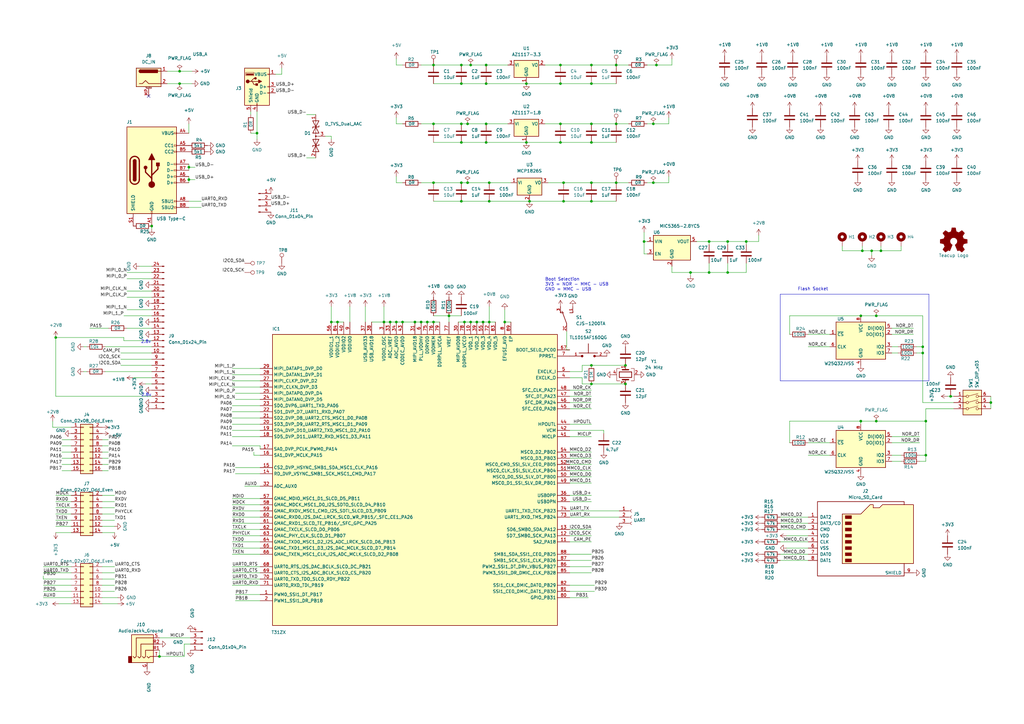
<source format=kicad_sch>
(kicad_sch (version 20230121) (generator eeschema)
  (paper "A3")
  (title_block (title "Teacup Development Board") (date "2023-05-22") (rev "B") (company "Hacker Homestead") (comment 1 "Original Design: BogdanTheGeek") (comment 2 "RevB: CaptainRon"))
  (junction (at 252.73 26.67))
  (junction (at 242.57 50.8))
  (junction (at 406.4 165.1))
  (junction (at 267.97 74.93))
  (junction (at 252.73 50.8))
  (junction (at 256.54 157.48))
  (junction (at 189.23 58.42))
  (junction (at 231.14 74.93))
  (junction (at 267.97 50.8))
  (junction (at 191.77 74.93))
  (junction (at 359.41 129.54))
  (junction (at 105.41 54.61))
  (junction (at 229.87 50.8))
  (junction (at 290.83 111.76))
  (junction (at 283.21 111.76))
  (junction (at 189.23 26.67))
  (junction (at 298.45 111.76))
  (junction (at 189.23 82.55))
  (junction (at 378.46 142.24))
  (junction (at 242.57 74.93))
  (junction (at 199.39 58.42))
  (junction (at 229.87 58.42))
  (junction (at 379.73 172.72))
  (junction (at 189.23 50.8))
  (junction (at 361.315 102.87))
  (junction (at 170.18 132.08))
  (junction (at 195.58 132.08))
  (junction (at 200.66 132.08))
  (junction (at 177.8 132.08))
  (junction (at 73.66 34.29))
  (junction (at 177.8 26.67))
  (junction (at 242.57 82.55))
  (junction (at 215.9 34.29))
  (junction (at 62.23 92.71))
  (junction (at 242.57 58.42))
  (junction (at 256.54 149.86))
  (junction (at 200.66 74.93))
  (junction (at 199.39 26.67))
  (junction (at 138.43 132.08))
  (junction (at 231.14 82.55))
  (junction (at 172.72 132.08))
  (junction (at 135.89 132.08))
  (junction (at 269.24 26.67))
  (junction (at 65.405 269.24))
  (junction (at 264.16 99.06))
  (junction (at 242.57 149.86))
  (junction (at 190.5 132.08))
  (junction (at 290.83 99.06))
  (junction (at 157.48 132.08))
  (junction (at 357.505 102.87))
  (junction (at 389.89 162.56))
  (junction (at 378.46 144.78))
  (junction (at 379.73 186.69))
  (junction (at 298.45 99.06))
  (junction (at 177.8 50.8))
  (junction (at 193.04 26.67))
  (junction (at 359.41 172.72))
  (junction (at 191.77 50.8))
  (junction (at 162.56 132.08))
  (junction (at 217.17 82.55))
  (junction (at 229.87 34.29))
  (junction (at 242.57 26.67))
  (junction (at 184.15 129.54))
  (junction (at 77.47 73.66))
  (junction (at 175.26 132.08))
  (junction (at 165.1 132.08))
  (junction (at 198.12 132.08))
  (junction (at 189.23 74.93))
  (junction (at 353.06 129.54))
  (junction (at 242.57 34.29))
  (junction (at 73.66 29.21))
  (junction (at 242.57 157.48))
  (junction (at 215.9 58.42))
  (junction (at 207.01 132.08))
  (junction (at 229.87 26.67))
  (junction (at 193.04 132.08))
  (junction (at 353.06 172.72))
  (junction (at 77.47 68.58))
  (junction (at 160.02 132.08))
  (junction (at 177.8 74.93))
  (junction (at 252.73 74.93))
  (junction (at 189.23 34.29))
  (junction (at 22.86 138.43))
  (junction (at 199.39 34.29))
  (junction (at 353.695 102.87))
  (junction (at 306.07 99.06))
  (junction (at 200.66 82.55))
  (junction (at 199.39 50.8))
  (no_connect (at 60.96 39.37))
  (wire (pts (xy 100.33 199.39) (xy 106.68 199.39)))
  (wire (pts (xy 189.23 26.67) (xy 193.04 26.67)))
  (wire (pts (xy 233.68 190.5) (xy 242.57 190.5)))
  (wire (pts (xy 406.4 165.1) (xy 406.4 167.64)))
  (wire (pts (xy 357.505 102.87) (xy 361.315 102.87)))
  (wire (pts (xy 95.25 166.37) (xy 106.68 166.37)))
  (wire (pts (xy 231.14 82.55) (xy 242.57 82.55)))
  (wire (pts (xy 353.695 100.965) (xy 353.695 102.87)))
  (wire (pts (xy 78.74 34.29) (xy 73.66 34.29)))
  (wire (pts (xy 290.83 99.06) (xy 290.83 100.33)))
  (wire (pts (xy 77.47 68.58) (xy 80.01 68.58)))
  (wire (pts (xy 29.21 240.03) (xy 17.78 240.03)))
  (wire (pts (xy 49.53 147.32) (xy 62.23 147.32)))
  (wire (pts (xy 44.45 185.42) (xy 41.91 185.42)))
  (wire (pts (xy 195.58 132.08) (xy 198.12 132.08)))
  (wire (pts (xy 233.68 217.17) (xy 242.57 217.17)))
  (wire (pts (xy 252.73 34.29) (xy 242.57 34.29)))
  (wire (pts (xy 29.21 237.49) (xy 17.78 237.49)))
  (wire (pts (xy 375.92 144.78) (xy 378.46 144.78)))
  (wire (pts (xy 311.15 99.06) (xy 311.15 96.52)))
  (wire (pts (xy 41.91 234.95) (xy 46.99 234.95)))
  (polyline (pts (xy 381 120.65) (xy 381 156.21)))
  (wire (pts (xy 229.87 58.42) (xy 242.57 58.42)))
  (wire (pts (xy 274.32 74.93) (xy 267.97 74.93)))
  (wire (pts (xy 340.36 142.24) (xy 331.47 142.24)))
  (wire (pts (xy 65.405 261.62) (xy 78.105 261.62)))
  (wire (pts (xy 21.59 175.26) (xy 29.21 175.26)))
  (wire (pts (xy 233.68 209.55) (xy 254 209.55)))
  (wire (pts (xy 95.25 227.33) (xy 106.68 227.33)))
  (wire (pts (xy 365.76 179.07) (xy 377.19 179.07)))
  (wire (pts (xy 320.04 222.25) (xy 331.47 222.25)))
  (wire (pts (xy 138.43 132.08) (xy 135.89 132.08)))
  (wire (pts (xy 95.25 240.03) (xy 106.68 240.03)))
  (wire (pts (xy 306.07 111.76) (xy 298.45 111.76)))
  (wire (pts (xy 95.25 214.63) (xy 106.68 214.63)))
  (wire (pts (xy 242.57 234.95) (xy 233.68 234.95)))
  (wire (pts (xy 345.44 102.87) (xy 353.695 102.87)))
  (wire (pts (xy 191.77 74.93) (xy 200.66 74.93)))
  (wire (pts (xy 34.29 152.4) (xy 35.56 152.4)))
  (wire (pts (xy 331.47 219.71) (xy 322.58 219.71)))
  (wire (pts (xy 290.83 99.06) (xy 298.45 99.06)))
  (wire (pts (xy 96.52 161.29) (xy 106.68 161.29)))
  (wire (pts (xy 233.68 222.25) (xy 242.57 222.25)))
  (wire (pts (xy 200.66 132.08) (xy 203.2 132.08)))
  (wire (pts (xy 59.69 157.48) (xy 62.23 157.48)))
  (wire (pts (xy 365.76 186.69) (xy 369.57 186.69)))
  (wire (pts (xy 41.91 205.74) (xy 46.99 205.74)))
  (wire (pts (xy 306.07 107.95) (xy 306.07 111.76)))
  (wire (pts (xy 175.26 132.08) (xy 177.8 132.08)))
  (wire (pts (xy 29.21 205.74) (xy 22.86 205.74)))
  (wire (pts (xy 331.47 181.61) (xy 340.36 181.61)))
  (wire (pts (xy 43.18 152.4) (xy 62.23 152.4)))
  (wire (pts (xy 257.81 26.67) (xy 252.73 26.67)))
  (wire (pts (xy 22.86 215.9) (xy 29.21 215.9)))
  (wire (pts (xy 242.57 74.93) (xy 252.73 74.93)))
  (wire (pts (xy 177.8 50.8) (xy 189.23 50.8)))
  (wire (pts (xy 283.21 111.76) (xy 283.21 113.03)))
  (wire (pts (xy 41.91 232.41) (xy 46.99 232.41)))
  (wire (pts (xy 95.25 171.45) (xy 106.68 171.45)))
  (wire (pts (xy 50.8 129.54) (xy 62.23 129.54)))
  (wire (pts (xy 388.62 162.56) (xy 389.89 162.56)))
  (wire (pts (xy 340.36 186.69) (xy 331.47 186.69)))
  (wire (pts (xy 177.8 129.54) (xy 184.15 129.54)))
  (wire (pts (xy 242.57 26.67) (xy 252.73 26.67)))
  (wire (pts (xy 157.48 132.08) (xy 160.02 132.08)))
  (wire (pts (xy 172.72 132.08) (xy 175.26 132.08)))
  (wire (pts (xy 274.32 72.39) (xy 274.32 74.93)))
  (wire (pts (xy 41.91 203.2) (xy 46.99 203.2)))
  (wire (pts (xy 50.8 138.43) (xy 50.8 139.7)))
  (wire (pts (xy 160.02 132.08) (xy 162.56 132.08)))
  (wire (pts (xy 22.86 218.44) (xy 29.21 218.44)))
  (wire (pts (xy 207.01 132.08) (xy 209.55 132.08)))
  (wire (pts (xy 283.21 111.76) (xy 275.59 111.76)))
  (wire (pts (xy 95.25 232.41) (xy 106.68 232.41)))
  (wire (pts (xy 267.97 74.93) (xy 265.43 74.93)))
  (wire (pts (xy 41.91 242.57) (xy 46.99 242.57)))
  (wire (pts (xy 199.39 58.42) (xy 215.9 58.42)))
  (wire (pts (xy 106.68 186.69) (xy 104.14 186.69)))
  (wire (pts (xy 357.505 102.87) (xy 357.505 104.775)))
  (wire (pts (xy 41.91 247.65) (xy 48.26 247.65)))
  (wire (pts (xy 75.565 264.16) (xy 75.565 269.24)))
  (wire (pts (xy 257.81 74.93) (xy 252.73 74.93)))
  (wire (pts (xy 65.405 266.7) (xy 65.405 269.24)))
  (wire (pts (xy 105.41 57.15) (xy 105.41 54.61)))
  (wire (pts (xy 29.21 208.28) (xy 22.86 208.28)))
  (wire (pts (xy 191.77 50.8) (xy 199.39 50.8)))
  (wire (pts (xy 25.4 193.04) (xy 29.21 193.04)))
  (wire (pts (xy 233.68 212.09) (xy 254 212.09)))
  (wire (pts (xy 267.97 50.8) (xy 265.43 50.8)))
  (wire (pts (xy 323.85 172.72) (xy 353.06 172.72)))
  (wire (pts (xy 52.07 114.3) (xy 62.23 114.3)))
  (wire (pts (xy 41.91 213.36) (xy 46.99 213.36)))
  (wire (pts (xy 25.4 187.96) (xy 29.21 187.96)))
  (wire (pts (xy 115.57 27.94) (xy 115.57 30.48)))
  (wire (pts (xy 54.61 154.94) (xy 62.23 154.94)))
  (polyline (pts (xy 320.04 120.65) (xy 381 120.65)))
  (wire (pts (xy 233.68 219.71) (xy 242.57 219.71)))
  (wire (pts (xy 162.56 132.08) (xy 165.1 132.08)))
  (wire (pts (xy 78.74 29.21) (xy 73.66 29.21)))
  (wire (pts (xy 378.46 129.54) (xy 359.41 129.54)))
  (wire (pts (xy 361.315 100.965) (xy 361.315 102.87)))
  (wire (pts (xy 238.76 149.86) (xy 238.76 152.4)))
  (wire (pts (xy 215.9 34.29) (xy 229.87 34.29)))
  (wire (pts (xy 50.8 139.7) (xy 62.23 139.7)))
  (wire (pts (xy 365.76 134.62) (xy 374.65 134.62)))
  (wire (pts (xy 189.23 58.42) (xy 199.39 58.42)))
  (wire (pts (xy 152.4 132.08) (xy 157.48 132.08)))
  (wire (pts (xy 96.52 243.84) (xy 106.68 243.84)))
  (wire (pts (xy 377.19 189.23) (xy 379.73 189.23)))
  (wire (pts (xy 95.25 212.09) (xy 106.68 212.09)))
  (wire (pts (xy 365.76 189.23) (xy 369.57 189.23)))
  (wire (pts (xy 95.25 151.13) (xy 106.68 151.13)))
  (wire (pts (xy 177.8 82.55) (xy 189.23 82.55)))
  (wire (pts (xy 323.85 129.54) (xy 353.06 129.54)))
  (wire (pts (xy 177.8 58.42) (xy 189.23 58.42)))
  (wire (pts (xy 359.41 172.72) (xy 353.06 172.72)))
  (wire (pts (xy 375.92 142.24) (xy 378.46 142.24)))
  (wire (pts (xy 52.07 127) (xy 62.23 127)))
  (wire (pts (xy 34.29 142.24) (xy 35.56 142.24)))
  (wire (pts (xy 95.25 217.17) (xy 106.68 217.17)))
  (wire (pts (xy 95.25 176.53) (xy 106.68 176.53)))
  (wire (pts (xy 285.75 99.06) (xy 290.83 99.06)))
  (wire (pts (xy 298.45 107.95) (xy 298.45 111.76)))
  (wire (pts (xy 242.57 227.33) (xy 233.68 227.33)))
  (wire (pts (xy 43.18 142.24) (xy 62.23 142.24)))
  (wire (pts (xy 77.47 50.8) (xy 77.47 54.61)))
  (wire (pts (xy 95.25 204.47) (xy 106.68 204.47)))
  (wire (pts (xy 36.83 134.62) (xy 44.45 134.62)))
  (wire (pts (xy 233.68 198.12) (xy 242.57 198.12)))
  (wire (pts (xy 162.56 26.67) (xy 165.1 26.67)))
  (polyline (pts (xy 320.04 156.21) (xy 320.04 120.65)))
  (wire (pts (xy 102.87 46.99) (xy 102.87 45.72)))
  (wire (pts (xy 22.86 203.2) (xy 29.21 203.2)))
  (wire (pts (xy 233.68 165.1) (xy 242.57 165.1)))
  (wire (pts (xy 75.565 264.16) (xy 78.105 264.16)))
  (wire (pts (xy 95.25 168.91) (xy 106.68 168.91)))
  (wire (pts (xy 105.41 54.61) (xy 105.41 45.72)))
  (wire (pts (xy 52.07 121.92) (xy 62.23 121.92)))
  (wire (pts (xy 365.76 144.78) (xy 368.3 144.78)))
  (wire (pts (xy 298.45 99.06) (xy 298.45 100.33)))
  (wire (pts (xy 172.72 74.93) (xy 177.8 74.93)))
  (wire (pts (xy 135.89 55.88) (xy 135.89 57.15)))
  (wire (pts (xy 242.57 149.86) (xy 256.54 149.86)))
  (wire (pts (xy 95.25 179.07) (xy 106.68 179.07)))
  (wire (pts (xy 95.25 224.79) (xy 106.68 224.79)))
  (wire (pts (xy 223.52 26.67) (xy 229.87 26.67)))
  (wire (pts (xy 223.52 50.8) (xy 229.87 50.8)))
  (wire (pts (xy 353.695 102.87) (xy 357.505 102.87)))
  (wire (pts (xy 95.25 153.67) (xy 106.68 153.67)))
  (wire (pts (xy 172.72 50.8) (xy 177.8 50.8)))
  (wire (pts (xy 22.86 210.82) (xy 29.21 210.82)))
  (wire (pts (xy 165.1 132.08) (xy 170.18 132.08)))
  (wire (pts (xy 41.91 218.44) (xy 46.99 218.44)))
  (wire (pts (xy 365.76 137.16) (xy 374.65 137.16)))
  (wire (pts (xy 233.68 154.94) (xy 238.76 154.94)))
  (wire (pts (xy 298.45 99.06) (xy 306.07 99.06)))
  (wire (pts (xy 306.07 99.06) (xy 306.07 100.33)))
  (wire (pts (xy 233.68 187.96) (xy 242.57 187.96)))
  (wire (pts (xy 75.565 269.24) (xy 65.405 269.24)))
  (wire (pts (xy 77.47 73.66) (xy 80.01 73.66)))
  (wire (pts (xy 229.87 26.67) (xy 242.57 26.67)))
  (wire (pts (xy 242.57 157.48) (xy 256.54 157.48)))
  (wire (pts (xy 378.46 165.1) (xy 391.16 165.1)))
  (wire (pts (xy 379.73 172.72) (xy 379.73 186.69)))
  (wire (pts (xy 96.52 191.77) (xy 106.68 191.77)))
  (wire (pts (xy 224.79 74.93) (xy 231.14 74.93)))
  (wire (pts (xy 199.39 26.67) (xy 208.28 26.67)))
  (wire (pts (xy 73.66 34.29) (xy 68.58 34.29)))
  (wire (pts (xy 274.32 48.26) (xy 274.32 50.8)))
  (wire (pts (xy 21.59 175.26) (xy 21.59 172.72)))
  (wire (pts (xy 125.73 64.77) (xy 129.54 64.77)))
  (wire (pts (xy 22.86 162.56) (xy 62.23 162.56)))
  (wire (pts (xy 62.23 92.71) (xy 62.23 93.98)))
  (wire (pts (xy 232.41 143.51) (xy 233.68 143.51)))
  (wire (pts (xy 41.91 193.04) (xy 44.45 193.04)))
  (wire (pts (xy 189.23 50.8) (xy 191.77 50.8)))
  (wire (pts (xy 96.52 246.38) (xy 106.68 246.38)))
  (wire (pts (xy 242.57 50.8) (xy 252.73 50.8)))
  (wire (pts (xy 264.16 99.06) (xy 265.43 99.06)))
  (wire (pts (xy 95.25 207.01) (xy 106.68 207.01)))
  (wire (pts (xy 162.56 72.39) (xy 162.56 74.93)))
  (wire (pts (xy 77.47 72.39) (xy 77.47 73.66)))
  (wire (pts (xy 238.76 152.4) (xy 233.68 152.4)))
  (wire (pts (xy 162.56 48.26) (xy 162.56 50.8)))
  (wire (pts (xy 379.73 172.72) (xy 359.41 172.72)))
  (wire (pts (xy 233.68 160.02) (xy 242.57 160.02)))
  (wire (pts (xy 320.04 217.17) (xy 331.47 217.17)))
  (wire (pts (xy 323.85 137.16) (xy 323.85 129.54)))
  (wire (pts (xy 233.68 193.04) (xy 242.57 193.04)))
  (wire (pts (xy 193.04 132.08) (xy 195.58 132.08)))
  (wire (pts (xy 57.15 109.22) (xy 62.23 109.22)))
  (wire (pts (xy 41.91 190.5) (xy 44.45 190.5)))
  (wire (pts (xy 95.25 173.99) (xy 106.68 173.99)))
  (wire (pts (xy 17.78 242.57) (xy 29.21 242.57)))
  (wire (pts (xy 52.07 111.76) (xy 62.23 111.76)))
  (wire (pts (xy 177.8 34.29) (xy 189.23 34.29)))
  (wire (pts (xy 189.23 34.29) (xy 199.39 34.29)))
  (polyline (pts (xy 381 156.21) (xy 320.04 156.21)))
  (wire (pts (xy 189.23 82.55) (xy 200.66 82.55)))
  (wire (pts (xy 95.25 237.49) (xy 106.68 237.49)))
  (wire (pts (xy 379.73 167.64) (xy 379.73 172.72)))
  (wire (pts (xy 190.5 132.08) (xy 193.04 132.08)))
  (wire (pts (xy 125.73 46.99) (xy 129.54 46.99)))
  (wire (pts (xy 275.59 26.67) (xy 269.24 26.67)))
  (wire (pts (xy 41.91 180.34) (xy 44.45 180.34)))
  (wire (pts (xy 247.65 176.53) (xy 247.65 177.8)))
  (wire (pts (xy 77.47 69.85) (xy 77.47 68.58)))
  (wire (pts (xy 41.91 245.11) (xy 48.26 245.11)))
  (wire (pts (xy 264.16 104.14) (xy 264.16 99.06)))
  (wire (pts (xy 264.16 95.25) (xy 264.16 99.06)))
  (wire (pts (xy 290.83 111.76) (xy 298.45 111.76)))
  (wire (pts (xy 105.41 54.61) (xy 102.87 54.61)))
  (wire (pts (xy 17.78 245.11) (xy 29.21 245.11)))
  (wire (pts (xy 229.87 34.29) (xy 242.57 34.29)))
  (wire (pts (xy 306.07 99.06) (xy 311.15 99.06)))
  (wire (pts (xy 135.89 132.08) (xy 135.89 125.73)))
  (wire (pts (xy 143.51 125.73) (xy 143.51 132.08)))
  (wire (pts (xy 233.68 245.11) (xy 241.3 245.11)))
  (wire (pts (xy 353.06 172.72) (xy 353.06 173.99)))
  (wire (pts (xy 252.73 82.55) (xy 242.57 82.55)))
  (wire (pts (xy 77.47 73.66) (xy 77.47 74.93)))
  (wire (pts (xy 25.4 185.42) (xy 29.21 185.42)))
  (wire (pts (xy 233.68 179.07) (xy 242.57 179.07)))
  (wire (pts (xy 265.43 104.14) (xy 264.16 104.14)))
  (wire (pts (xy 29.21 180.34) (xy 25.4 180.34)))
  (wire (pts (xy 377.19 186.69) (xy 379.73 186.69)))
  (wire (pts (xy 198.12 132.08) (xy 200.66 132.08)))
  (wire (pts (xy 233.68 185.42) (xy 242.57 185.42)))
  (wire (pts (xy 24.13 247.65) (xy 29.21 247.65)))
  (wire (pts (xy 229.87 50.8) (xy 242.57 50.8)))
  (wire (pts (xy 140.97 132.08) (xy 138.43 132.08)))
  (wire (pts (xy 378.46 142.24) (xy 378.46 129.54)))
  (wire (pts (xy 269.24 26.67) (xy 265.43 26.67)))
  (wire (pts (xy 290.83 107.95) (xy 290.83 111.76)))
  (wire (pts (xy 361.315 102.87) (xy 369.57 102.87)))
  (wire (pts (xy 149.86 125.73) (xy 149.86 132.08)))
  (wire (pts (xy 233.68 240.03) (xy 243.84 240.03)))
  (wire (pts (xy 29.21 234.95) (xy 17.78 234.95)))
  (wire (pts (xy 199.39 50.8) (xy 208.28 50.8)))
  (wire (pts (xy 162.56 50.8) (xy 165.1 50.8)))
  (wire (pts (xy 365.76 142.24) (xy 368.3 142.24)))
  (wire (pts (xy 233.68 167.64) (xy 242.57 167.64)))
  (wire (pts (xy 238.76 154.94) (xy 238.76 157.48)))
  (wire (pts (xy 187.96 132.08) (xy 190.5 132.08)))
  (wire (pts (xy 274.32 50.8) (xy 267.97 50.8)))
  (wire (pts (xy 115.57 30.48) (xy 113.03 30.48)))
  (wire (pts (xy 77.47 85.09) (xy 82.55 85.09)))
  (wire (pts (xy 238.76 149.86) (xy 242.57 149.86)))
  (wire (pts (xy 157.48 125.73) (xy 157.48 132.08)))
  (wire (pts (xy 193.04 26.67) (xy 199.39 26.67)))
  (wire (pts (xy 322.58 224.79) (xy 331.47 224.79)))
  (wire (pts (xy 242.57 232.41) (xy 233.68 232.41)))
  (wire (pts (xy 95.25 219.71) (xy 106.68 219.71)))
  (wire (pts (xy 49.53 149.86) (xy 62.23 149.86)))
  (wire (pts (xy 233.68 176.53) (xy 247.65 176.53)))
  (wire (pts (xy 257.81 50.8) (xy 252.73 50.8)))
  (wire (pts (xy 379.73 167.64) (xy 391.16 167.64)))
  (wire (pts (xy 189.23 74.93) (xy 191.77 74.93)))
  (wire (pts (xy 95.25 156.21) (xy 106.68 156.21)))
  (wire (pts (xy 44.45 182.88) (xy 41.91 182.88)))
  (wire (pts (xy 406.4 162.56) (xy 406.4 165.1)))
  (wire (pts (xy 200.66 125.73) (xy 200.66 132.08)))
  (wire (pts (xy 365.76 181.61) (xy 377.19 181.61)))
  (wire (pts (xy 242.57 205.74) (xy 233.68 205.74)))
  (wire (pts (xy 232.41 143.51) (xy 232.41 135.89)))
  (wire (pts (xy 177.8 26.67) (xy 189.23 26.67)))
  (wire (pts (xy 200.66 74.93) (xy 209.55 74.93)))
  (wire (pts (xy 44.45 187.96) (xy 41.91 187.96)))
  (wire (pts (xy 379.73 186.69) (xy 379.73 189.23)))
  (wire (pts (xy 184.15 129.54) (xy 189.23 129.54)))
  (wire (pts (xy 199.39 34.29) (xy 215.9 34.29)))
  (wire (pts (xy 275.59 24.13) (xy 275.59 26.67)))
  (wire (pts (xy 96.52 194.31) (xy 106.68 194.31)))
  (wire (pts (xy 41.91 208.28) (xy 46.99 208.28)))
  (wire (pts (xy 172.72 26.67) (xy 177.8 26.67)))
  (wire (pts (xy 215.9 58.42) (xy 229.87 58.42)))
  (wire (pts (xy 290.83 111.76) (xy 283.21 111.76)))
  (wire (pts (xy 49.53 144.78) (xy 62.23 144.78)))
  (wire (pts (xy 389.89 162.56) (xy 391.16 162.56)))
  (wire (pts (xy 233.68 162.56) (xy 242.57 162.56)))
  (wire (pts (xy 238.76 157.48) (xy 242.57 157.48)))
  (wire (pts (xy 233.68 195.58) (xy 242.57 195.58)))
  (wire (pts (xy 25.4 182.88) (xy 29.21 182.88)))
  (wire (pts (xy 52.07 134.62) (xy 62.23 134.62)))
  (wire (pts (xy 96.52 163.83) (xy 106.68 163.83)))
  (wire (pts (xy 29.21 232.41) (xy 17.78 232.41)))
  (wire (pts (xy 320.04 229.87) (xy 331.47 229.87)))
  (wire (pts (xy 369.57 102.87) (xy 369.57 100.965)))
  (wire (pts (xy 378.46 142.24) (xy 378.46 144.78)))
  (wire (pts (xy 52.07 119.38) (xy 62.23 119.38)))
  (wire (pts (xy 41.91 210.82) (xy 46.99 210.82)))
  (wire (pts (xy 177.8 74.93) (xy 189.23 74.93)))
  (wire (pts (xy 25.4 190.5) (xy 29.21 190.5)))
  (wire (pts (xy 41.91 237.49) (xy 46.99 237.49)))
  (wire (pts (xy 73.66 29.21) (xy 68.58 29.21)))
  (wire (pts (xy 95.25 158.75) (xy 106.68 158.75)))
  (wire (pts (xy 359.41 129.54) (xy 353.06 129.54)))
  (wire (pts (xy 242.57 229.87) (xy 233.68 229.87)))
  (wire (pts (xy 170.18 132.08) (xy 172.72 132.08)))
  (wire (pts (xy 50.8 138.43) (xy 22.86 138.43)))
  (wire (pts (xy 22.86 138.43) (xy 22.86 162.56)))
  (wire (pts (xy 95.25 209.55) (xy 106.68 209.55)))
  (wire (pts (xy 331.47 214.63) (xy 320.04 214.63)))
  (wire (pts (xy 162.56 74.93) (xy 165.1 74.93)))
  (wire (pts (xy 331.47 212.09) (xy 320.04 212.09)))
  (wire (pts (xy 217.17 82.55) (xy 231.14 82.55)))
  (wire (pts (xy 275.59 111.76) (xy 275.59 109.22)))
  (wire (pts (xy 162.56 24.13) (xy 162.56 26.67)))
  (wire (pts (xy 41.91 215.9) (xy 46.99 215.9)))
  (wire (pts (xy 17.78 237.49) (xy 17.78 236.22)))
  (wire (pts (xy 200.66 82.55) (xy 217.17 82.55)))
  (wire (pts (xy 177.8 132.08) (xy 180.34 132.08)))
  (wire (pts (xy 242.57 203.2) (xy 233.68 203.2)))
  (wire (pts (xy 104.14 186.69) (xy 104.14 185.42)))
  (wire (pts (xy 95.25 234.95) (xy 106.68 234.95)))
  (wire (pts (xy 252.73 58.42) (xy 242.57 58.42)))
  (wire (pts (xy 207.01 127) (xy 207.01 132.08)))
  (wire (pts (xy 41.91 240.03) (xy 46.99 240.03)))
  (wire (pts (xy 77.47 68.58) (xy 77.47 67.31)))
  (wire (pts (xy 22.86 213.36) (xy 29.21 213.36)))
  (wire (pts (xy 331.47 137.16) (xy 340.36 137.16)))
  (wire (pts (xy 133.35 55.88) (xy 135.89 55.88)))
  (wire (pts (xy 184.15 132.08) (xy 184.15 129.54)))
  (wire (pts (xy 331.47 227.33) (xy 320.04 227.33)))
  (wire (pts (xy 95.25 182.88) (xy 106.68 182.88)))
  (wire (pts (xy 95.25 222.25) (xy 106.68 222.25)))
  (wire (pts (xy 231.14 74.93) (xy 242.57 74.93)))
  (wire (pts (xy 106.68 182.88) (xy 106.68 184.15)))
  (wire (pts (xy 378.46 144.78) (xy 378.46 165.1)))
  (wire (pts (xy 345.44 100.965) (xy 345.44 102.87)))
  (wire (pts (xy 77.47 82.55) (xy 82.55 82.55)))
  (wire (pts (xy 323.85 172.72) (xy 323.85 181.61)))
  (wire (pts (xy 233.68 173.99) (xy 242.57 173.99)))
  (wire (pts (xy 233.68 242.57) (xy 243.84 242.57)))
  (text "Boot Selection\n3V3 = NOR - MMC - USB\nGND = MMC - USB" (at 223.52 119.507 0) (effects (font (size 1.27 1.27)) (justify left bottom)))
  (text "Flash Socket" (at 327.152 119.38 0) (effects (font (size 1.27 1.27)) (justify left bottom)))
  (text "2.8v" (at 57.785 140.97 0) (effects (font (size 1.27 1.27)) (justify left bottom)))
  (text "2.8v" (at 57.912 162.814 0) (effects (font (size 1.27 1.27)) (justify left bottom)))
  (text "General purpose I/O: 1.5~3.6V\nDDR I/O: 1.8V(DDR2) ± 0.1V\nEFUSE programming: 1.8V ± 10%\nAnalog power supply 1: 1.8V ± 10%\nAnalog power supply 2: 3.3V ± 10%\nCore: 0.8V ± 0.1V" (at 0.762 -3.302 0) (effects (font (size 1.27 1.27)) (justify left bottom)))
  (label "MMC0_D1" (at 321.31 229.87 0))
  (label "MIPI_CLK_P" (at 52.07 121.92 180))
  (label "CAM_PE" (at 242.57 222.25 180))
  (label "PB28" (at 242.57 234.95 0))
  (label "PA06" (at 25.4 180.34 180))
  (label "PB29" (at 243.84 240.03 0))
  (label "PA08" (at 95.25 171.45 180))
  (label "RXD0" (at 95.25 212.09 0))
  (label "PB26" (at 46.99 242.57 0))
  (label "PA16" (at 25.4 187.96 180))
  (label "UART0_CTS" (at 46.99 232.41 0))
  (label "I2C0_SCK" (at 100.33 111.76 180))
  (label "MIPI_0_N" (at 96.52 163.83 180))
  (label "NOR_CK" (at 242.57 160.02 180))
  (label "MMC0_D0" (at 242.57 195.58 180))
  (label "PB28" (at 46.99 240.03 0))
  (label "PB27" (at 17.78 240.03 0))
  (label "HPOUTL" (at 242.57 173.99 180))
  (label "TXD1" (at 46.99 213.36 0))
  (label "MMC0_CLK" (at 321.31 222.25 0))
  (label "USB_D-" (at 80.01 68.58 0))
  (label "TXD0" (at 95.25 222.25 0))
  (label "PA15" (at 36.83 134.62 0))
  (label "NOR_CK" (at 331.47 142.24 0))
  (label "NOR_CK" (at 331.47 186.69 0))
  (label "MMC0_D1" (at 242.57 198.12 180))
  (label "PB18" (at 44.45 193.04 0))
  (label "MMC0_D3" (at 242.57 187.96 180))
  (label "PB25" (at 17.78 242.57 0))
  (label "USB_D-" (at 125.73 46.99 180))
  (label "I2C0_SDA" (at 100.33 107.95 180))
  (label "I2C0_SCK" (at 242.57 219.71 180))
  (label "UART0_RXD" (at 95.25 240.03 0))
  (label "MIPI_1_N" (at 52.07 127 180))
  (label "NOR_DR" (at 374.65 137.16 180))
  (label "TXCLK" (at 95.25 217.17 0))
  (label "PA07" (at 95.25 168.91 180))
  (label "PA06" (at 95.25 166.37 180))
  (label "PA16" (at 96.52 191.77 180))
  (label "PA07" (at 44.45 180.34 0))
  (label "PB31" (at 46.99 237.49 0))
  (label "USB_D+" (at 80.01 73.66 0))
  (label "NOR_DT" (at 377.19 179.07 180))
  (label "MIPI_1_P" (at 50.8 129.54 180))
  (label "MDCK" (at 95.25 207.01 0))
  (label "PA17" (at 96.52 194.31 180))
  (label "PHYCLK" (at 95.25 219.71 0))
  (label "USB_D+" (at 113.03 35.56 0))
  (label "UART0_TXD" (at 17.78 234.95 0))
  (label "MICLP" (at 75.565 261.62 180))
  (label "RXD1" (at 46.99 208.28 0))
  (label "USB_D-" (at 242.57 205.74 180))
  (label "I2C0_SDA" (at 49.53 149.86 180))
  (label "NOR_DT" (at 242.57 162.56 180))
  (label "NOR_DR" (at 377.19 181.61 180))
  (label "MMC0_D2" (at 242.57 185.42 180))
  (label "TXCLK" (at 22.86 208.28 0))
  (label "PB30" (at 17.78 236.22 0))
  (label "PB18" (at 96.52 246.38 0))
  (label "PB27" (at 22.86 215.9 0))
  (label "USB_D+" (at 242.57 203.2 180))
  (label "MIPI_0_N" (at 52.07 111.76 180))
  (label "PHYCLK" (at 46.99 210.82 0))
  (label "I2C0_SCK" (at 49.53 147.32 180))
  (label "PB17" (at 25.4 193.04 180))
  (label "MICLP" (at 242.57 179.07 180))
  (label "RXD1" (at 95.25 214.63 0))
  (label "CAM_PE" (at 49.53 144.78 180))
  (label "PB29" (at 44.45 190.5 0))
  (label "NOR_CE" (at 331.47 181.61 0))
  (label "PA10" (at 44.45 185.42 0))
  (label "PA11" (at 25.4 185.42 180))
  (label "PB26" (at 242.57 229.87 0))
  (label "USB_D+" (at 111.125 84.455 0))
  (label "UART0_RTS" (at 95.25 232.41 0))
  (label "MIPI_1_P" (at 96.52 151.13 180))
  (label "MIPI_CLK_N" (at 52.07 119.38 180))
  (label "PB30" (at 243.84 242.57 0))
  (label "PA14" (at 95.25 182.88 180))
  (label "TXD1" (at 95.25 224.79 0))
  (label "HPOUTL" (at 75.565 269.24 180))
  (label "NOR_CE" (at 331.47 137.16 0))
  (label "MMC0_CMD" (at 242.57 190.5 180))
  (label "USB_D-" (at 111.125 81.915 0))
  (label "MIPI_1_N" (at 96.52 153.67 180))
  (label "USB_D+" (at 125.73 64.77 180))
  (label "UART0_TXD" (at 82.55 85.09 0))
  (label "USB_D-" (at 113.03 38.1 0))
  (label "PB17" (at 96.52 243.84 0))
  (label "PA14" (at 44.45 187.96 0))
  (label "MIPI_CLK_P" (at 96.52 156.21 180))
  (label "PA10" (at 95.25 176.53 180))
  (label "UART0_RXD" (at 82.55 82.55 0))
  (label "UART_TX" (at 233.68 209.55 0))
  (label "PB31" (at 241.3 245.11 180))
  (label "MMC0_D3" (at 320.04 214.63 0))
  (label "UART_RX" (at 233.68 212.09 0))
  (label "UART0_RXD" (at 46.99 234.95 0))
  (label "TXEN" (at 95.25 227.33 0))
  (label "NOR_DR" (at 242.57 165.1 180))
  (label "RXDV" (at 95.25 209.55 0))
  (label "AUX0" (at 17.78 245.11 0))
  (label "MIPI_0_P" (at 96.52 161.29 180))
  (label "MIPI_CLK_N" (at 96.52 158.75 180))
  (label "PB27" (at 242.57 232.41 0))
  (label "NOR_DT" (at 374.65 134.62 180))
  (label "TXD0" (at 22.86 210.82 0))
  (label "PA17" (at 25.4 190.5 180))
  (label "UART0_RTS" (at 17.78 232.41 0))
  (label "MMC0_D2" (at 320.04 212.09 0))
  (label "I2C0_SDA" (at 242.57 217.17 180))
  (label "MMC0_D0" (at 321.31 227.33 0))
  (label "PA08" (at 44.45 182.88 0))
  (label "UART0_TXD" (at 95.25 237.49 0))
  (label "PB25" (at 242.57 227.33 0))
  (label "PA15" (at 104.14 185.42 180))
  (label "MMC0_CLK" (at 242.57 193.04 180))
  (label "RXDV" (at 46.99 205.74 0))
  (label "MDCK" (at 22.86 203.2 0))
  (label "AUX0" (at 100.33 199.39 0))
  (label "PA09" (at 95.25 173.99 180))
  (label "MMC0_CMD" (at 320.04 217.17 0))
  (label "NOR_CE" (at 242.57 167.64 180))
  (label "MDIO" (at 95.25 204.47 0))
  (label "PA09" (at 25.4 182.88 180))
  (label "MDIO" (at 46.99 203.2 0))
  (label "UART0_CTS" (at 95.25 234.95 0))
  (label "MIPI_0_P" (at 52.07 114.3 180))
  (label "TXEN" (at 22.86 213.36 0))
  (label "PA11" (at 95.25 179.07 180))
  (label "RXD0" (at 22.86 205.74 0))
  (symbol (lib_id "Device:R") (at 373.38 186.69 270) (unit 1)
    (property "Reference" "R13" (at 372.11 184.404 90) (effects (justify left)))
    (property "Value" "100k" (at 371.094 186.69 90) (effects (justify left)))
    (property "Footprint" "Resistor_SMD:R_0603_1608Metric_Pad0.98x0.95mm_HandSolder" (effects hide))
    (property "Sim.Enable" "0" (effects hide))
  )
  (symbol (lib_id "power:GND") (at 46.99 215.9 90) (unit 1)
    (property "Reference" "#PWR092" (effects hide))
    (property "Value" "GND" (at 51.308 217.932 0) (effects (justify left)))
  )
  (symbol (lib_id "Device:R") (at 184.15 125.73 0) (unit 1)
    (property "Reference" "R11" (at 181.864 127 90) (effects (justify left)))
    (property "Value" "100k" (at 184.15 128.016 90) (effects (justify left)))
    (property "Footprint" "Resistor_SMD:R_0603_1608Metric_Pad0.98x0.95mm_HandSolder" (effects hide))
    (property "Sim.Enable" "0" (effects hide))
  )
  (symbol (lib_id "Device:R") (at 48.26 134.62 90) (unit 1)
    (property "Reference" "R26" (at 49.276 132.334 90) (effects (justify left)))
    (property "Value" "0R" (at 49.53 134.62 90) (effects (justify left)))
    (property "Footprint" "Resistor_SMD:R_0603_1608Metric_Pad0.98x0.95mm_HandSolder" (effects hide))
    (property "Sim.Enable" "0" (effects hide))
  )
  (symbol (lib_id "power:+3V3") (at 149.86 125.73 0) (unit 1)
    (property "Reference" "#PWR020" (effects hide))
    (property "Value" "+3V3" (at 149.86 121.158 0))
  )
  (symbol (lib_id "Mechanical:MountingHole_Pad") (at 369.57 98.425 0) (unit 1) (in_bom no)
    (property "Reference" "H4" (at 372.11 97.155 0) (effects (justify left)))
    (property "Value" "MountingHole_Pad" (effects hide))
    (property "Footprint" "MountingHole:MountingHole_2.7mm_M2.5_Pad_Via" (effects hide))
    (property "Sim.Enable" "0" (effects hide))
  )
  (symbol (lib_id "power:+3V3") (at 365.76 66.04 0) (unit 1)
    (property "Reference" "#PWR061" (effects hide))
    (property "Value" "+3V3" (at 365.76 61.468 0))
  )
  (symbol (lib_id "teacup:CJS-1200TA") (at 232.41 130.81 0) (unit 1)
    (property "Reference" "S1" (at 236.22 130.175 0) (effects (justify left)))
    (property "Value" "CJS-1200TA" (at 236.22 132.715 0) (effects (justify left)))
    (property "Footprint" "teacup:CJS-1200TA" (effects hide))
    (property "Sim.Enable" "0" (effects hide))
  )
  (symbol (lib_id "Connector:USB_A") (at 105.41 35.56 0) (unit 1)
    (property "Reference" "J3" (at 99.06 36.195 0) (effects (justify right)))
    (property "Value" "USB_A" (at 85.09 22.225 0) (effects (justify right)))
    (property "Footprint" "Connector_USB:USB_A_TE_292303-7_Horizontal" (effects hide))
    (property "Datasheet" " ~" (effects hide))
    (property "Sim.Enable" "0" (effects hide))
  )
  (symbol (lib_id "power:+1V8") (at 143.51 125.73 0) (unit 1)
    (property "Reference" "#PWR019" (effects hide))
    (property "Value" "+1V8" (at 143.51 121.158 0))
  )
  (symbol (lib_id "Device:C") (at 389.89 158.75 180) (unit 1)
    (property "Reference" "C23" (at 385.826 160.0201 0) (effects (justify left)))
    (property "Value" "100nF" (at 385.826 157.4801 0) (effects (justify left)))
    (property "Footprint" "Capacitor_SMD:C_0402_1005Metric" (effects hide))
    (property "Sim.Enable" "0" (effects hide))
  )
  (symbol (lib_id "Device:C") (at 177.8 54.61 0) (unit 1)
    (property "Reference" "C7" (at 181.864 53.3399 0) (effects (justify left)))
    (property "Value" "10uF" (at 181.864 55.8799 0) (effects (justify left)))
    (property "Footprint" "Capacitor_SMD:C_0805_2012Metric_Pad1.18x1.45mm_HandSolder" (effects hide))
    (property "Sim.Enable" "0" (effects hide))
  )
  (symbol (lib_id "power:GND") (at 336.55 52.07 0) (unit 1)
    (property "Reference" "#PWR076" (effects hide))
    (property "Value" "GND" (at 334.518 56.388 0) (effects (justify left)))
  )
  (symbol (lib_id "Device:C") (at 252.73 30.48 0) (unit 1)
    (property "Reference" "C6" (at 256.794 29.2099 0) (effects (justify left)))
    (property "Value" "100nF" (at 256.794 31.7499 0) (effects (justify left)))
    (property "Footprint" "Capacitor_SMD:C_0603_1608Metric_Pad1.08x0.95mm_HandSolder" (effects hide))
    (property "Sim.Enable" "0" (effects hide))
  )
  (symbol (lib_id "Device:R") (at 261.62 26.67 270) (mirror x) (unit 1)
    (property "Reference" "R3" (at 260.604 24.384 90) (effects (justify left)))
    (property "Value" "0R" (at 260.35 26.67 90) (effects (justify left)))
    (property "Footprint" "Resistor_SMD:R_0603_1608Metric_Pad0.98x0.95mm_HandSolder" (effects hide))
    (property "Sim.Enable" "0" (effects hide))
  )
  (symbol (lib_id "power:GND") (at 29.21 177.8 270) (unit 1)
    (property "Reference" "#PWR045" (effects hide))
    (property "Value" "GND" (at 22.86 176.53 90) (effects (justify left)))
  )
  (symbol (lib_id "Connector:Conn_01x24_Pin") (at 67.31 139.7 180) (unit 1)
    (property "Reference" "J9" (at 69.088 137.795 0) (effects (justify right)))
    (property "Value" "Conn_01x24_Pin" (at 69.088 140.335 0) (effects (justify right)))
    (property "Footprint" "teacup:687124149022" (effects hide))
    (property "Sim.Enable" "0" (effects hide))
  )
  (symbol (lib_id "power:PWR_FLAG") (at 73.66 34.29 180) (unit 1)
    (property "Reference" "#FLG010" (effects hide))
    (property "Value" "PWR_FLAG" (at 73.66 39.116 0))
  )
  (symbol (lib_id "teacup:+0V8") (at 200.66 125.73 0) (unit 1)
    (property "Reference" "#PWR022" (effects hide))
    (property "Value" "+0V8" (at 200.66 120.65 0))
  )
  (symbol (lib_id "power:+3V3") (at 162.56 48.26 0) (unit 1)
    (property "Reference" "#PWR07" (effects hide))
    (property "Value" "+3V3" (at 162.56 43.688 0))
  )
  (symbol (lib_id "power:GND") (at 297.18 30.48 0) (unit 1)
    (property "Reference" "#PWR048" (effects hide))
    (property "Value" "GND" (at 295.148 34.798 0) (effects (justify left)))
  )
  (symbol (lib_id "power:GND") (at 85.09 59.69 90) (mirror x) (unit 1)
    (property "Reference" "#PWR05" (effects hide))
    (property "Value" "GND" (at 92.456 59.69 90) (effects (justify left)))
  )
  (symbol (lib_id "power:+2V8") (at 311.15 96.52 0) (unit 1)
    (property "Reference" "#PWR069" (effects hide))
    (property "Value" "+2V8" (at 311.15 91.44 0))
  )
  (symbol (lib_id "power:+5V") (at 111.125 79.375 0) (mirror y) (unit 1)
    (property "Reference" "#PWR033" (effects hide))
    (property "Value" "+5V" (at 111.125 73.787 0))
  )
  (symbol (lib_id "power:GND") (at 78.105 266.7 0) (unit 1)
    (property "Reference" "#PWR035" (effects hide))
    (property "Value" "GND" (at 78.867 276.352 90) (effects (justify left)))
  )
  (symbol (lib_id "power:GND") (at 322.58 224.79 270) (unit 1)
    (property "Reference" "#PWR0113" (effects hide))
    (property "Value" "GND" (at 313.817 224.79 90) (effects (justify left)))
  )
  (symbol (lib_id "power:GND") (at 217.17 82.55 0) (unit 1)
    (property "Reference" "#PWR014" (effects hide))
    (property "Value" "GND" (at 215.138 86.868 0) (effects (justify left)))
  )
  (symbol (lib_id "Device:C") (at 365.76 26.67 0) (unit 1)
    (property "Reference" "C32" (at 369.824 25.3999 0) (effects (justify left)))
    (property "Value" "100nF" (at 369.824 27.9399 0) (effects (justify left)))
    (property "Footprint" "Capacitor_SMD:C_0402_1005Metric" (effects hide))
    (property "Sim.Enable" "0" (effects hide))
  )
  (symbol (lib_id "power:GND") (at 247.65 185.42 0) (unit 1)
    (property "Reference" "#PWR030" (effects hide))
    (property "Value" "GND" (at 245.618 189.738 0) (effects (justify left)))
  )
  (symbol (lib_id "Device:C") (at 306.07 104.14 0) (unit 1)
    (property "Reference" "C33" (at 301.625 101.6 0) (effects (justify left)))
    (property "Value" "100nF" (at 306.705 106.68 0) (effects (justify left)))
    (property "Footprint" "Capacitor_SMD:C_0603_1608Metric_Pad1.08x0.95mm_HandSolder" (effects hide))
    (property "Sim.Enable" "0" (effects hide))
  )
  (symbol (lib_id "Connector_Audio:AudioJack4_Ground") (at 60.325 264.16 0) (unit 1)
    (property "Reference" "J10" (at 57.785 256.159 0))
    (property "Value" "AudioJack4_Ground" (at 57.785 258.699 0))
    (property "Footprint" "Connector_Audio:Jack_3.5mm_PJ320D_Horizontal" (effects hide))
    (property "Sim.Enable" "0" (effects hide))
  )
  (symbol (lib_id "Device:C") (at 325.12 26.67 0) (unit 1)
    (property "Reference" "C28" (at 329.184 25.3999 0) (effects (justify left)))
    (property "Value" "100nF" (at 329.184 27.9399 0) (effects (justify left)))
    (property "Footprint" "Capacitor_SMD:C_0402_1005Metric" (effects hide))
    (property "Sim.Enable" "0" (effects hide))
  )
  (symbol (lib_id "power:GND") (at 248.92 146.05 180) (unit 1)
    (property "Reference" "#PWR087" (effects hide))
    (property "Value" "GND" (at 250.952 141.732 0) (effects (justify left)))
  )
  (symbol (lib_id "power:+3V3") (at 388.62 219.71 0) (unit 1)
    (property "Reference" "#PWR0108" (effects hide))
    (property "Value" "+3V3" (at 388.62 215.138 0))
  )
  (symbol (lib_id "power:GND") (at 34.29 142.24 270) (unit 1)
    (property "Reference" "#PWR0102" (effects hide))
    (property "Value" "GND" (at 29.972 140.208 0) (effects (justify left)))
  )
  (symbol (lib_id "power:+1V8") (at 177.8 121.92 0) (unit 1)
    (property "Reference" "#PWR015" (effects hide))
    (property "Value" "+1V8" (at 177.8 117.348 0))
  )
  (symbol (lib_id "Device:C") (at 189.23 78.74 0) (unit 1)
    (property "Reference" "C14" (at 193.294 77.4699 0) (effects (justify left)))
    (property "Value" "1uF" (at 193.294 80.0099 0) (effects (justify left)))
    (property "Footprint" "Capacitor_SMD:C_0603_1608Metric_Pad1.08x0.95mm_HandSolder" (effects hide))
    (property "Sim.Enable" "0" (effects hide))
  )
  (symbol (lib_id "power:GND") (at 65.405 264.16 90) (unit 1)
    (property "Reference" "#PWR088" (effects hide))
    (property "Value" "GND" (at 75.057 263.398 90) (effects (justify left)))
  )
  (symbol (lib_id "power:+5V") (at 48.26 247.65 270) (unit 1)
    (property "Reference" "#PWR095" (effects hide))
    (property "Value" "+5V" (at 53.34 247.65 90))
  )
  (symbol (lib_id "power:GND") (at 388.62 227.33 0) (unit 1)
    (property "Reference" "#PWR0107" (effects hide))
    (property "Value" "GND" (at 386.588 231.648 0) (effects (justify left)))
  )
  (symbol (lib_id "Device:C") (at 351.79 69.85 0) (unit 1)
    (property "Reference" "C36" (at 355.854 68.5799 0) (effects (justify left)))
    (property "Value" "100nF" (at 355.854 71.1199 0) (effects (justify left)))
    (property "Footprint" "Capacitor_SMD:C_0402_1005Metric" (effects hide))
    (property "Sim.Enable" "0" (effects hide))
  )
  (symbol (lib_id "power:GND") (at 392.43 30.48 0) (unit 1)
    (property "Reference" "#PWR058" (effects hide))
    (property "Value" "GND" (at 390.398 34.798 0) (effects (justify left)))
  )
  (symbol (lib_id "Switch:SW_DIP_x03") (at 398.78 167.64 0) (unit 1)
    (property "Reference" "SW1" (at 398.145 159.131 90) (effects (justify left)))
    (property "Value" "SW_DIP_x03" (at 400.685 159.131 90) (effects (justify left)))
    (property "Footprint" "Button_Switch_SMD:SW_DIP_SPSTx03_Slide_KingTek_DSHP03TJ_W5.25mm_P1.27mm_JPin" (effects hide))
    (property "Sim.Enable" "0" (effects hide))
  )
  (symbol (lib_id "Regulator_Linear:MIC5365-3.3YC5") (at 275.59 101.6 0) (unit 1)
    (property "Reference" "U6" (at 267.97 95.25 0) (effects (justify left)))
    (property "Value" "MIC5365-2.8YC5" (at 270.51 92.71 0) (effects (justify left)))
    (property "Footprint" "Package_TO_SOT_SMD:SOT-353_SC-70-5" (effects hide))
    (property "Datasheet" "http://ww1.microchip.com/downloads/en/DeviceDoc/mic5365.pdf" (effects hide))
    (property "Sim.Enable" "0" (effects hide))
  )
  (symbol (lib_id "power:+3V3") (at 312.42 214.63 90) (unit 1)
    (property "Reference" "#PWR0115" (effects hide))
    (property "Value" "+3V3" (at 306.324 214.63 90))
  )
  (symbol (lib_id "power:GND") (at 256.54 165.1 0) (unit 1)
    (property "Reference" "#PWR029" (effects hide))
    (property "Value" "GND" (at 254.508 169.418 0) (effects (justify left)))
  )
  (symbol (lib_id "power:+1V8") (at 312.42 22.86 0) (unit 1)
    (property "Reference" "#PWR038" (effects hide))
    (property "Value" "+1V8" (at 312.42 18.288 0))
  )
  (symbol (lib_id "Device:C") (at 364.49 48.26 0) (unit 1)
    (property "Reference" "C44" (at 368.554 46.9899 0) (effects (justify left)))
    (property "Value" "100nF" (at 368.554 49.5299 0) (effects (justify left)))
    (property "Footprint" "Capacitor_SMD:C_0402_1005Metric" (effects hide))
    (property "Sim.Enable" "0" (effects hide))
  )
  (symbol (lib_id "power:+1V8") (at 365.76 22.86 0) (unit 1)
    (property "Reference" "#PWR044" (effects hide))
    (property "Value" "+1V8" (at 365.76 18.288 0))
  )
  (symbol (lib_id "power:GND") (at 365.76 30.48 0) (unit 1)
    (property "Reference" "#PWR055" (effects hide))
    (property "Value" "GND" (at 363.728 34.798 0) (effects (justify left)))
  )
  (symbol (lib_id "power:+3V3") (at 312.42 227.33 90) (unit 1)
    (property "Reference" "#PWR0110" (effects hide))
    (property "Value" "+3V3" (at 306.324 227.33 90))
  )
  (symbol (lib_id "Device:R") (at 168.91 50.8 90) (unit 1)
    (property "Reference" "R6" (at 169.926 48.514 90) (effects (justify left)))
    (property "Value" "0R" (at 170.18 50.8 90) (effects (justify left)))
    (property "Footprint" "Resistor_SMD:R_0603_1608Metric_Pad0.98x0.95mm_HandSolder" (effects hide))
    (property "Sim.Enable" "0" (effects hide))
  )
  (symbol (lib_id "Device:C") (at 231.14 78.74 0) (unit 1)
    (property "Reference" "C16" (at 235.204 77.4699 0) (effects (justify left)))
    (property "Value" "10uF" (at 235.204 80.0099 0) (effects (justify left)))
    (property "Footprint" "Capacitor_SMD:C_0805_2012Metric_Pad1.18x1.45mm_HandSolder" (effects hide))
    (property "Sim.Enable" "0" (effects hide))
  )
  (symbol (lib_id "Device:R") (at 316.23 217.17 90) (unit 1)
    (property "Reference" "R17" (at 317.246 209.804 90) (effects (justify left)))
    (property "Value" "47k" (at 318.008 217.17 90) (effects (justify left)))
    (property "Footprint" "Resistor_SMD:R_0603_1608Metric_Pad0.98x0.95mm_HandSolder" (effects hide))
    (property "Sim.Enable" "0" (effects hide))
  )
  (symbol (lib_id "Connector:TestPoint") (at 252.73 50.8 0) (unit 1) (in_bom no)
    (property "Reference" "TP4" (at 251.46 45.466 0) (effects (justify left)))
    (property "Value" "TestPoint" (effects hide))
    (property "Footprint" "TestPoint:TestPoint_Pad_D1.5mm" (effects hide))
    (property "Sim.Enable" "0" (effects hide))
  )
  (symbol (lib_id "Device:C") (at 199.39 54.61 0) (unit 1)
    (property "Reference" "C9" (at 203.454 53.3399 0) (effects (justify left)))
    (property "Value" "100nF" (at 203.454 55.8799 0) (effects (justify left)))
    (property "Footprint" "Capacitor_SMD:C_0603_1608Metric_Pad1.08x0.95mm_HandSolder" (effects hide))
    (property "Sim.Enable" "0" (effects hide))
  )
  (symbol (lib_id "teacup:W25Q32JVSS") (at 353.06 139.7 0) (unit 1) (in_bom no)
    (property "Reference" "U5" (at 343.408 130.81 0) (effects (justify left)))
    (property "Value" "W25Q32JVSS" (at 338.074 149.098 0) (effects (justify left)))
    (property "Footprint" "Package_DIP:DIP-8_W7.62mm_Socket_LongPads" (effects hide))
    (property "Datasheet" "http://www.winbond.com/resource-files/w25q32jv%20revg%2003272018%20plus.pdf" (effects hide))
    (property "Sim.Enable" "0" (effects hide))
  )
  (symbol (lib_id "Device:C") (at 200.66 78.74 0) (unit 1)
    (property "Reference" "C15" (at 204.724 77.4699 0) (effects (justify left)))
    (property "Value" "100nF" (at 204.724 80.0099 0) (effects (justify left)))
    (property "Footprint" "Capacitor_SMD:C_0603_1608Metric_Pad1.08x0.95mm_HandSolder" (effects hide))
    (property "Sim.Enable" "0" (effects hide))
  )
  (symbol (lib_id "Device:R") (at 261.62 50.8 270) (mirror x) (unit 1)
    (property "Reference" "R7" (at 260.604 48.514 90) (effects (justify left)))
    (property "Value" "0R" (at 260.35 50.8 90) (effects (justify left)))
    (property "Footprint" "Resistor_SMD:R_0603_1608Metric_Pad0.98x0.95mm_HandSolder" (effects hide))
    (property "Sim.Enable" "0" (effects hide))
  )
  (symbol (lib_id "power:+3V3") (at 264.16 95.25 0) (unit 1)
    (property "Reference" "#PWR0106" (effects hide))
    (property "Value" "+3V3" (at 264.16 90.678 0))
  )
  (symbol (lib_id "Device:C") (at 247.65 181.61 0) (unit 1)
    (property "Reference" "C22" (at 250.952 181.61 0) (effects (justify left)))
    (property "Value" "4.7uF" (at 248.412 184.404 0) (effects (justify left)))
    (property "Footprint" "Capacitor_SMD:C_0603_1608Metric_Pad1.08x0.95mm_HandSolder" (effects hide))
    (property "Sim.Enable" "0" (effects hide))
  )
  (symbol (lib_id "power:GND") (at 62.23 93.98 0) (mirror y) (unit 1)
    (property "Reference" "#PWR011" (effects hide))
    (property "Value" "GND" (at 64.262 98.298 0) (effects (justify left)))
  )
  (symbol (lib_id "teacup:T31ZX") (at 106.68 187.96 0) (unit 1)
    (property "Reference" "IC1" (at 113.284 134.874 0))
    (property "Value" "T31ZX" (at 114.3 259.334 0))
    (property "Footprint" "teacup:QFN35P900X900X90-89N-D" (effects hide))
    (property "Footprint_1" "QFN35P900X900X90-89N-D" (effects hide))
    (property "Datasheet_1" "https://www.mouser.in/datasheet/2/198/T31_ZX_DS-2399970.pdf" (effects hide))
    (property "Height" "0.9" (effects hide))
    (property "Mouser Part Number" "870-T31ZX" (effects hide))
    (property "Mouser Price/Stock" "https://www.mouser.co.uk/ProductDetail/Lumissil/T31ZX?qs=ljCeji4nMDlCcKictkO8%2Fw%3D%3D" (effects hide))
    (property "Manufacturer_Name" "Lumissil" (effects hide))
    (property "Manufacturer_Part_Number" "T31ZX" (effects hide))
    (property "Manufacturer Part Number" "T31ZX" (effects hide))
    (property "Manufacturer" "Lumissil" (effects hide))
    (property "Sim.Enable" "0" (effects hide))
  )
  (symbol (lib_id "power:+1V8") (at 392.43 22.86 0) (unit 1)
    (property "Reference" "#PWR047" (effects hide))
    (property "Value" "+1V8" (at 392.43 18.288 0))
  )
  (symbol (lib_id "teacup:+0V8") (at 379.73 44.45 0) (unit 1)
    (property "Reference" "#PWR067" (effects hide))
    (property "Value" "+0V8" (at 379.73 39.37 0))
  )
  (symbol (lib_id "power:GND") (at 62.23 160.02 270) (unit 1)
    (property "Reference" "#PWR0100" (effects hide))
    (property "Value" "GND" (at 57.912 157.988 0) (effects (justify left)))
  )
  (symbol (lib_id "Device:C") (at 298.45 104.14 0) (unit 1)
    (property "Reference" "C29" (at 294.005 101.6 0) (effects (justify left)))
    (property "Value" "1uF" (at 299.085 106.68 0) (effects (justify left)))
    (property "Footprint" "Capacitor_SMD:C_0603_1608Metric_Pad1.08x0.95mm_HandSolder" (effects hide))
    (property "Sim.Enable" "0" (effects hide))
  )
  (symbol (lib_id "power:+3V3") (at 312.42 222.25 90) (unit 1)
    (property "Reference" "#PWR0111" (effects hide))
    (property "Value" "+3V3" (at 306.324 222.25 90))
  )
  (symbol (lib_id "power:GND") (at 283.21 113.03 0) (unit 1)
    (property "Reference" "#PWR0104" (effects hide))
    (property "Value" "GND" (at 281.178 117.348 0) (effects (justify left)))
  )
  (symbol (lib_id "Device:C") (at 339.09 26.67 0) (unit 1)
    (property "Reference" "C30" (at 343.154 25.3999 0) (effects (justify left)))
    (property "Value" "100nF" (at 343.154 27.9399 0) (effects (justify left)))
    (property "Footprint" "Capacitor_SMD:C_0402_1005Metric" (effects hide))
    (property "Sim.Enable" "0" (effects hide))
  )
  (symbol (lib_id "power:PWR_FLAG") (at 191.77 50.8 0) (unit 1)
    (property "Reference" "#FLG05" (effects hide))
    (property "Value" "PWR_FLAG" (at 191.77 46.482 0))
  )
  (symbol (lib_id "Connector:TestPoint") (at 252.73 26.67 0) (unit 1) (in_bom no)
    (property "Reference" "TP2" (at 251.46 21.336 0) (effects (justify left)))
    (property "Value" "TestPoint" (effects hide))
    (property "Footprint" "TestPoint:TestPoint_Pad_D1.5mm" (effects hide))
    (property "Sim.Enable" "0" (effects hide))
  )
  (symbol (lib_id "Device:C") (at 256.54 146.05 0) (unit 1)
    (property "Reference" "C20" (at 260.604 144.7799 0) (effects (justify left)))
    (property "Value" "12pF" (at 260.604 147.3199 0) (effects (justify left)))
    (property "Footprint" "Capacitor_SMD:C_0402_1005Metric" (effects hide))
    (property "Sim.Enable" "0" (effects hide))
  )
  (symbol (lib_id "power:GND") (at 312.42 30.48 0) (unit 1)
    (property "Reference" "#PWR049" (effects hide))
    (property "Value" "GND" (at 310.388 34.798 0) (effects (justify left)))
  )
  (symbol (lib_id "power:GND") (at 392.43 52.07 0) (unit 1)
    (property "Reference" "#PWR080" (effects hide))
    (property "Value" "GND" (at 390.398 56.388 0) (effects (justify left)))
  )
  (symbol (lib_id "power:GND") (at 62.23 116.84 270) (unit 1)
    (property "Reference" "#PWR056" (effects hide))
    (property "Value" "GND" (at 57.912 114.808 0) (effects (justify left)))
  )
  (symbol (lib_id "Device:C") (at 308.61 48.26 0) (unit 1)
    (property "Reference" "C37" (at 312.674 46.9899 0) (effects (justify left)))
    (property "Value" "100nF" (at 312.674 49.5299 0) (effects (justify left)))
    (property "Footprint" "Capacitor_SMD:C_0402_1005Metric" (effects hide))
    (property "Sim.Enable" "0" (effects hide))
  )
  (symbol (lib_id "Device:C") (at 297.18 26.67 0) (unit 1)
    (property "Reference" "C25" (at 301.244 25.3999 0) (effects (justify left)))
    (property "Value" "100nF" (at 301.244 27.9399 0) (effects (justify left)))
    (property "Footprint" "Capacitor_SMD:C_0402_1005Metric" (effects hide))
    (property "Sim.Enable" "0" (effects hide))
  )
  (symbol (lib_id "power:GND") (at 57.15 109.22 270) (unit 1)
    (property "Reference" "#PWR052" (effects hide))
    (property "Value" "GND" (at 52.832 107.188 0) (effects (justify left)))
  )
  (symbol (lib_id "power:GND") (at 135.89 57.15 0) (mirror y) (unit 1)
    (property "Reference" "#PWR09" (effects hide))
    (property "Value" "GND" (at 135.89 64.516 90) (effects (justify left)))
  )
  (symbol (lib_id "Device:C") (at 189.23 125.73 0) (unit 1)
    (property "Reference" "C19" (at 192.532 125.73 0) (effects (justify left)))
    (property "Value" "100nF" (at 189.992 128.524 0) (effects (justify left)))
    (property "Footprint" "Capacitor_SMD:C_0603_1608Metric_Pad1.08x0.95mm_HandSolder" (effects hide))
    (property "Sim.Enable" "0" (effects hide))
  )
  (symbol (lib_id "Connector:Micro_SD_Card") (at 354.33 219.71 0) (unit 1)
    (property "Reference" "J2" (at 354.965 201.422 0))
    (property "Value" "Micro_SD_Card" (at 354.965 203.962 0))
    (property "Footprint" "Connector_Card:microSD_HC_Hirose_DM3D-SF" (effects hide))
    (property "Datasheet" "http://katalog.we-online.de/em/datasheet/693072010801.pdf" (effects hide))
    (property "Sim.Enable" "0" (effects hide))
  )
  (symbol (lib_id "power:GND") (at 62.23 132.08 270) (unit 1)
    (property "Reference" "#PWR090" (effects hide))
    (property "Value" "GND" (at 57.912 130.048 0) (effects (justify left)))
  )
  (symbol (lib_id "Connector:Conn_01x04_Pin") (at 106.045 81.915 0) (unit 1)
    (property "Reference" "J11" (at 120.65 86.233 0))
    (property "Value" "Conn_01x04_Pin" (at 120.65 88.773 0))
    (property "Footprint" "Connector_PinHeader_2.54mm:PinHeader_1x04_P2.54mm_Vertical" (effects hide))
    (property "Sim.Enable" "0" (effects hide))
  )
  (symbol (lib_id "power:+3V3") (at 312.42 217.17 90) (unit 1)
    (property "Reference" "#PWR0116" (effects hide))
    (property "Value" "+3V3" (at 306.324 217.17 90))
  )
  (symbol (lib_id "Graphic:Logo_Open_Hardware_Small") (at 391.16 99.06 0) (unit 1) (in_bom no)
    (property "Reference" "LOGO1" (effects hide))
    (property "Value" "Teacup Logo" (at 391.16 104.775 0))
    (property "Footprint" "teacup:Teacup-logo" (effects hide))
    (property "Sim.Enable" "0" (effects hide))
  )
  (symbol (lib_id "power:GND") (at 78.105 259.08 0) (mirror x) (unit 1)
    (property "Reference" "#PWR081" (effects hide))
    (property "Value" "GND" (at 78.867 249.428 90) (effects (justify left)))
  )
  (symbol (lib_id "power:GND") (at 339.09 30.48 0) (unit 1)
    (property "Reference" "#PWR053" (effects hide))
    (property "Value" "GND" (at 337.058 34.798 0) (effects (justify left)))
  )
  (symbol (lib_id "power:GND") (at 111.125 86.995 0) (mirror y) (unit 1)
    (property "Reference" "#PWR034" (effects hide))
    (property "Value" "GND" (at 113.157 91.313 0) (effects (justify left)))
  )
  (symbol (lib_id "power:GND") (at 105.41 57.15 0) (mirror y) (unit 1)
    (property "Reference" "#PWR086" (effects hide))
    (property "Value" "GND" (at 107.442 61.468 0) (effects (justify left)))
  )
  (symbol (lib_id "power:GND") (at 62.23 165.1 270) (unit 1)
    (property "Reference" "#PWR099" (effects hide))
    (property "Value" "GND" (at 57.912 163.068 0) (effects (justify left)))
  )
  (symbol (lib_id "Device:R") (at 316.23 212.09 90) (unit 1)
    (property "Reference" "R15" (at 317.246 205.74 90) (effects (justify left)))
    (property "Value" "47k" (at 318.008 212.09 90) (effects (justify left)))
    (property "Footprint" "Resistor_SMD:R_0603_1608Metric_Pad0.98x0.95mm_HandSolder" (effects hide))
    (property "Sim.Enable" "0" (effects hide))
  )
  (symbol (lib_id "power:GND") (at 207.01 127 180) (unit 1)
    (property "Reference" "#PWR023" (effects hide))
    (property "Value" "GND" (at 207.01 121.666 0))
  )
  (symbol (lib_id "power:PWR_FLAG") (at 359.41 129.54 0) (unit 1)
    (property "Reference" "#FLG09" (effects hide))
    (property "Value" "PWR_FLAG" (at 359.41 124.968 0))
  )
  (symbol (lib_id "power:+5V") (at 115.57 27.94 0) (mirror y) (unit 1)
    (property "Reference" "#PWR085" (effects hide))
    (property "Value" "+5V" (at 115.57 22.86 0))
  )
  (symbol (lib_id "power:+5V") (at 41.91 177.8 270) (unit 1)
    (property "Reference" "#PWR0118" (effects hide))
    (property "Value" "+5V" (at 45.847 178.435 90) (effects (justify left)))
  )
  (symbol (lib_id "power:+3V3") (at 135.89 125.73 0) (unit 1)
    (property "Reference" "#PWR018" (effects hide))
    (property "Value" "+3V3" (at 135.89 121.158 0))
  )
  (symbol (lib_id "teacup:+0V8") (at 392.43 44.45 0) (unit 1)
    (property "Reference" "#PWR068" (effects hide))
    (property "Value" "+0V8" (at 392.43 39.37 0))
  )
  (symbol (lib_id "power:GND") (at 215.9 58.42 0) (unit 1)
    (property "Reference" "#PWR010" (effects hide))
    (property "Value" "GND" (at 213.868 62.738 0) (effects (justify left)))
  )
  (symbol (lib_id "Device:C") (at 189.23 30.48 0) (unit 1)
    (property "Reference" "C2" (at 193.294 29.2099 0) (effects (justify left)))
    (property "Value" "1uF" (at 193.294 31.7499 0) (effects (justify left)))
    (property "Footprint" "Capacitor_SMD:C_0603_1608Metric_Pad1.08x0.95mm_HandSolder" (effects hide))
    (property "Sim.Enable" "0" (effects hide))
  )
  (symbol (lib_id "Device:C") (at 353.06 26.67 0) (unit 1)
    (property "Reference" "C31" (at 357.124 25.3999 0) (effects (justify left)))
    (property "Value" "100nF" (at 357.124 27.9399 0) (effects (justify left)))
    (property "Footprint" "Capacitor_SMD:C_0402_1005Metric" (effects hide))
    (property "Sim.Enable" "0" (effects hide))
  )
  (symbol (lib_id "power:+2V8") (at 22.86 138.43 0) (unit 1)
    (property "Reference" "#PWR0120" (effects hide))
    (property "Value" "+2V8" (at 22.86 133.35 0))
  )
  (symbol (lib_id "power:GND") (at 364.49 52.07 0) (unit 1)
    (property "Reference" "#PWR078" (effects hide))
    (property "Value" "GND" (at 362.458 56.388 0) (effects (justify left)))
  )
  (symbol (lib_id "Connector_Generic:Conn_02x07_Odd_Even") (at 34.29 210.82 0) (unit 1)
    (property "Reference" "J7" (at 35.56 198.374 0))
    (property "Value" "Conn_02x07_Odd_Even" (at 35.56 200.914 0))
    (property "Footprint" "Connector_PinHeader_2.54mm:PinHeader_2x07_P2.54mm_Vertical" (effects hide))
    (property "Sim.Enable" "0" (effects hide))
  )
  (symbol (lib_id "power:PWR_FLAG") (at 73.66 29.21 0) (unit 1)
    (property "Reference" "#FLG01" (effects hide))
    (property "Value" "PWR_FLAG" (at 73.66 23.876 0))
  )
  (symbol (lib_id "power:GND") (at 365.76 73.66 0) (unit 1)
    (property "Reference" "#PWR072" (effects hide))
    (property "Value" "GND" (at 363.728 77.978 0) (effects (justify left)))
  )
  (symbol (lib_id "Device:C") (at 379.73 69.85 0) (unit 1)
    (property "Reference" "C39" (at 383.794 68.5799 0) (effects (justify left)))
    (property "Value" "100nF" (at 383.794 71.1199 0) (effects (justify left)))
    (property "Footprint" "Capacitor_SMD:C_0402_1005Metric" (effects hide))
    (property "Sim.Enable" "0" (effects hide))
  )
  (symbol (lib_id "teacup:+0V8") (at 274.32 72.39 0) (unit 1)
    (property "Reference" "#PWR013" (effects hide))
    (property "Value" "+0V8" (at 274.32 67.31 0))
  )
  (symbol (lib_id "Device:C") (at 350.52 48.26 0) (unit 1)
    (property "Reference" "C43" (at 354.584 46.9899 0) (effects (justify left)))
    (property "Value" "100nF" (at 354.584 49.5299 0) (effects (justify left)))
    (property "Footprint" "Capacitor_SMD:C_0402_1005Metric" (effects hide))
    (property "Sim.Enable" "0" (effects hide))
  )
  (symbol (lib_id "power:GND") (at 34.29 152.4 270) (unit 1)
    (property "Reference" "#PWR0101" (effects hide))
    (property "Value" "GND" (at 29.972 150.368 0) (effects (justify left)))
  )
  (symbol (lib_id "Device:C") (at 290.83 104.14 0) (unit 1)
    (property "Reference" "C27" (at 286.385 101.6 0) (effects (justify left)))
    (property "Value" "10uF" (at 291.465 106.68 0) (effects (justify left)))
    (property "Footprint" "Capacitor_SMD:C_0805_2012Metric_Pad1.18x1.45mm_HandSolder" (effects hide))
    (property "Sim.Enable" "0" (effects hide))
  )
  (symbol (lib_id "teacup:+0V8") (at 364.49 44.45 0) (unit 1)
    (property "Reference" "#PWR066" (effects hide))
    (property "Value" "+0V8" (at 364.49 39.37 0))
  )
  (symbol (lib_id "Device:C") (at 379.73 26.67 0) (unit 1)
    (property "Reference" "C34" (at 383.794 25.3999 0) (effects (justify left)))
    (property "Value" "100nF" (at 383.794 27.9399 0) (effects (justify left)))
    (property "Footprint" "Capacitor_SMD:C_0402_1005Metric" (effects hide))
    (property "Sim.Enable" "0" (effects hide))
  )
  (symbol (lib_id "Device:R") (at 168.91 74.93 90) (unit 1)
    (property "Reference" "R8" (at 169.926 72.644 90) (effects (justify left)))
    (property "Value" "0R" (at 170.18 74.93 90) (effects (justify left)))
    (property "Footprint" "Resistor_SMD:R_0603_1608Metric_Pad0.98x0.95mm_HandSolder" (effects hide))
    (property "Sim.Enable" "0" (effects hide))
  )
  (symbol (lib_id "Device:C") (at 177.8 30.48 0) (unit 1)
    (property "Reference" "C1" (at 181.864 29.2099 0) (effects (justify left)))
    (property "Value" "10uF" (at 181.864 31.7499 0) (effects (justify left)))
    (property "Footprint" "Capacitor_SMD:C_0805_2012Metric_Pad1.18x1.45mm_HandSolder" (effects hide))
    (property "Sim.Enable" "0" (effects hide))
  )
  (symbol (lib_id "Connector:USB_C_Receptacle_USB2.0") (at 62.23 69.85 0) (unit 1)
    (property "Reference" "J1" (at 54.356 50.038 0) (effects (justify right)))
    (property "Value" "USB Type-C" (at 76.2 89.662 0) (effects (justify right)))
    (property "Footprint" "Connector_USB:USB_C_Receptacle_HRO_TYPE-C-31-M-12" (effects hide))
    (property "Datasheet" "https://www.usb.org/sites/default/files/documents/usb_type-c.zip" (effects hide))
    (property "Manufacturer Part Number" "TYPE-C-31-M-12 (USB4105-GF-A)" (effects hide))
    (property "Manufacturer" "Korean Hroparts Elec (GTC)" (effects hide))
    (property "Sim.Enable" "0" (effects hide))
  )
  (symbol (lib_id "Connector_Generic:Conn_02x08_Odd_Even") (at 34.29 182.88 0) (unit 1)
    (property "Reference" "J4" (at 35.56 170.053 0))
    (property "Value" "Conn_02x08_Odd_Even" (at 35.56 172.593 0))
    (property "Footprint" "Connector_PinHeader_2.54mm:PinHeader_2x08_P2.54mm_Vertical" (effects hide))
    (property "Sim.Enable" "0" (effects hide))
  )
  (symbol (lib_id "Device:R") (at 39.37 152.4 90) (unit 1)
    (property "Reference" "R27" (at 40.386 150.114 90) (effects (justify left)))
    (property "Value" "0R" (at 40.64 152.4 90) (effects (justify left)))
    (property "Footprint" "Resistor_SMD:R_0603_1608Metric_Pad0.98x0.95mm_HandSolder" (effects hide))
    (property "Sim.Enable" "0" (effects hide))
  )
  (symbol (lib_id "power:GND") (at 62.23 137.16 270) (unit 1)
    (property "Reference" "#PWR091" (effects hide))
    (property "Value" "GND" (at 57.912 135.128 0) (effects (justify left)))
  )
  (symbol (lib_id "power:+5V") (at 46.99 218.44 180) (unit 1)
    (property "Reference" "#PWR094" (effects hide))
    (property "Value" "+5V" (at 46.99 223.52 0))
  )
  (symbol (lib_id "power:GND") (at 189.23 121.92 180) (unit 1)
    (property "Reference" "#PWR017" (effects hide))
    (property "Value" "GND" (at 191.262 117.602 0) (effects (justify left)))
  )
  (symbol (lib_id "Device:C") (at 199.39 30.48 0) (unit 1)
    (property "Reference" "C3" (at 203.454 29.2099 0) (effects (justify left)))
    (property "Value" "100nF" (at 203.454 31.7499 0) (effects (justify left)))
    (property "Footprint" "Capacitor_SMD:C_0603_1608Metric_Pad1.08x0.95mm_HandSolder" (effects hide))
    (property "Sim.Enable" "0" (effects hide))
  )
  (symbol (lib_id "Connector:Conn_01x03_Socket") (at 259.08 212.09 0) (unit 1) (in_bom no)
    (property "Reference" "J5" (at 259.842 210.8199 0) (effects (justify left)))
    (property "Value" "UART" (at 259.842 213.3599 0) (effects (justify left)))
    (property "Footprint" "Connector_PinHeader_2.54mm:PinHeader_1x03_P2.54mm_Vertical" (effects hide))
    (property "Sim.Enable" "0" (effects hide))
  )
  (symbol (lib_id "power:PWR_FLAG") (at 193.04 26.67 0) (unit 1)
    (property "Reference" "#FLG04" (effects hide))
    (property "Value" "PWR_FLAG" (at 193.04 22.352 0))
  )
  (symbol (lib_id "power:GND") (at 308.61 52.07 0) (unit 1)
    (property "Reference" "#PWR071" (effects hide))
    (property "Value" "GND" (at 306.578 56.388 0) (effects (justify left)))
  )
  (symbol (lib_id "power:GND") (at 323.85 52.07 0) (unit 1)
    (property "Reference" "#PWR075" (effects hide))
    (property "Value" "GND" (at 321.818 56.388 0) (effects (justify left)))
  )
  (symbol (lib_id "Device:C") (at 256.54 161.29 0) (unit 1)
    (property "Reference" "C21" (at 260.604 160.0199 0) (effects (justify left)))
    (property "Value" "12pF" (at 260.604 162.5599 0) (effects (justify left)))
    (property "Footprint" "Capacitor_SMD:C_0402_1005Metric" (effects hide))
    (property "Sim.Enable" "0" (effects hide))
  )
  (symbol (lib_id "power:GND") (at 115.57 107.95 0) (unit 1)
    (property "Reference" "#PWR0127" (effects hide))
    (property "Value" "GND" (at 113.538 112.268 0) (effects (justify left)))
  )
  (symbol (lib_id "power:+2V8") (at 21.59 172.72 0) (unit 1)
    (property "Reference" "#PWR0121" (effects hide))
    (property "Value" "+2V8" (at 21.59 168.91 0))
  )
  (symbol (lib_id "power:PWR_FLAG") (at 267.97 50.8 0) (unit 1)
    (property "Reference" "#FLG03" (effects hide))
    (property "Value" "PWR_FLAG" (at 267.97 46.482 0))
  )
  (symbol (lib_id "power:GND") (at 256.54 142.24 180) (unit 1)
    (property "Reference" "#PWR026" (effects hide))
    (property "Value" "GND" (at 258.572 137.922 0) (effects (justify left)))
  )
  (symbol (lib_id "power:+5V") (at 162.56 24.13 0) (unit 1)
    (property "Reference" "#PWR01" (effects hide))
    (property "Value" "+5V" (at 162.56 18.542 0))
  )
  (symbol (lib_id "Device:R") (at 316.23 227.33 90) (unit 1)
    (property "Reference" "R19" (at 317.5 234.696 90) (effects (justify left)))
    (property "Value" "47k" (at 318.008 227.33 90) (effects (justify left)))
    (property "Footprint" "Resistor_SMD:R_0603_1608Metric_Pad0.98x0.95mm_HandSolder" (effects hide))
    (property "Sim.Enable" "0" (effects hide))
  )
  (symbol (lib_id "power:+3V3") (at 312.42 212.09 90) (unit 1)
    (property "Reference" "#PWR0114" (effects hide))
    (property "Value" "+3V3" (at 306.324 212.09 90))
  )
  (symbol (lib_id "power:+3V3") (at 312.42 229.87 90) (unit 1)
    (property "Reference" "#PWR0112" (effects hide))
    (property "Value" "+3V3" (at 306.324 229.87 90))
  )
  (symbol (lib_id "power:+3V3") (at 229.87 125.73 0) (unit 1)
    (property "Reference" "#PWR024" (effects hide))
    (property "Value" "+3V3" (at 229.87 121.158 0))
  )
  (symbol (lib_id "Device:R") (at 373.38 189.23 90) (unit 1)
    (property "Reference" "R14" (at 374.65 191.516 90) (effects (justify left)))
    (property "Value" "100k" (at 375.666 189.23 90) (effects (justify left)))
    (property "Footprint" "Resistor_SMD:R_0603_1608Metric_Pad0.98x0.95mm_HandSolder" (effects hide))
    (property "Sim.Enable" "0" (effects hide))
  )
  (symbol (lib_id "Device:C") (at 242.57 78.74 0) (unit 1)
    (property "Reference" "C17" (at 246.634 77.4699 0) (effects (justify left)))
    (property "Value" "1uF" (at 246.634 80.0099 0) (effects (justify left)))
    (property "Footprint" "Capacitor_SMD:C_0603_1608Metric_Pad1.08x0.95mm_HandSolder" (effects hide))
    (property "Sim.Enable" "0" (effects hide))
  )
  (symbol (lib_id "Regulator_Linear:AZ1117-1.8") (at 215.9 50.8 0) (unit 1)
    (property "Reference" "U2" (at 215.9 43.688 0))
    (property "Value" "AZ1117-1.8" (at 215.9 46.228 0))
    (property "Footprint" "Package_TO_SOT_SMD:SOT-223-3_TabPin2" (effects hide))
    (property "Datasheet" "https://www.diodes.com/assets/Datasheets/AZ1117.pdf" (effects hide))
    (property "Manufacturer Part Number" "AZ1117(CH)-1.8" (effects hide))
    (property "Manufacturer" "Diodes Incorporated" (effects hide))
    (property "Sim.Enable" "0" (effects hide))
  )
  (symbol (lib_id "Device:C") (at 252.73 54.61 0) (unit 1)
    (property "Reference" "C12" (at 256.794 53.3399 0) (effects (justify left)))
    (property "Value" "100nF" (at 256.794 55.8799 0) (effects (justify left)))
    (property "Footprint" "Capacitor_SMD:C_0603_1608Metric_Pad1.08x0.95mm_HandSolder" (effects hide))
    (property "Sim.Enable" "0" (effects hide))
  )
  (symbol (lib_id "Regulator_Linear:AZ1117-3.3") (at 215.9 26.67 0) (unit 1)
    (property "Reference" "U1" (at 215.9 19.812 0))
    (property "Value" "AZ1117-3.3" (at 215.9 22.352 0))
    (property "Footprint" "Package_TO_SOT_SMD:SOT-223-3_TabPin2" (effects hide))
    (property "Datasheet" "https://www.diodes.com/assets/Datasheets/AZ1117.pdf" (effects hide))
    (property "Manufacturer Part Number" "AZ1117IH-3.3TRG1" (effects hide))
    (property "Manufacturer" "Diodes Incorporated" (effects hide))
    (property "Sim.Enable" "0" (effects hide))
  )
  (symbol (lib_id "power:GND") (at 85.09 62.23 90) (mirror x) (unit 1)
    (property "Reference" "#PWR06" (effects hide))
    (property "Value" "GND" (at 92.456 62.23 90) (effects (justify left)))
  )
  (symbol (lib_id "Device:C") (at 336.55 48.26 0) (unit 1)
    (property "Reference" "C42" (at 340.614 46.9899 0) (effects (justify left)))
    (property "Value" "100nF" (at 340.614 49.5299 0) (effects (justify left)))
    (property "Footprint" "Capacitor_SMD:C_0402_1005Metric" (effects hide))
    (property "Sim.Enable" "0" (effects hide))
  )
  (symbol (lib_id "power:+3V3") (at 379.73 66.04 0) (unit 1)
    (property "Reference" "#PWR062" (effects hide))
    (property "Value" "+3V3" (at 379.73 61.468 0))
  )
  (symbol (lib_id "Connector:TestPoint") (at 252.73 74.93 0) (unit 1) (in_bom no)
    (property "Reference" "TP6" (at 251.46 69.596 0) (effects (justify left)))
    (property "Value" "TestPoint" (effects hide))
    (property "Footprint" "TestPoint:TestPoint_Pad_D1.5mm" (effects hide))
    (property "Sim.Enable" "0" (effects hide))
  )
  (symbol (lib_id "power:+1V8") (at 54.61 154.94 90) (unit 1)
    (property "Reference" "#PWR0103" (effects hide))
    (property "Value" "+1V8" (at 51.181 155.575 90) (effects (justify left)))
  )
  (symbol (lib_id "teacup:+0V8") (at 308.61 44.45 0) (unit 1)
    (property "Reference" "#PWR050" (effects hide))
    (property "Value" "+0V8" (at 308.61 39.37 0))
  )
  (symbol (lib_id "Device:C") (at 189.23 54.61 0) (unit 1)
    (property "Reference" "C8" (at 193.294 53.3399 0) (effects (justify left)))
    (property "Value" "1uF" (at 193.294 55.8799 0) (effects (justify left)))
    (property "Footprint" "Capacitor_SMD:C_0603_1608Metric_Pad1.08x0.95mm_HandSolder" (effects hide))
    (property "Sim.Enable" "0" (effects hide))
  )
  (symbol (lib_id "power:GND") (at 379.73 52.07 0) (unit 1)
    (property "Reference" "#PWR079" (effects hide))
    (property "Value" "GND" (at 377.698 56.388 0) (effects (justify left)))
  )
  (symbol (lib_id "power:+5V") (at 77.47 50.8 0) (mirror y) (unit 1)
    (property "Reference" "#PWR03" (effects hide))
    (property "Value" "+5V" (at 77.47 45.212 0))
  )
  (symbol (lib_id "power:PWR_FLAG") (at 191.77 74.93 0) (unit 1)
    (property "Reference" "#FLG06" (effects hide))
    (property "Value" "PWR_FLAG" (at 191.77 70.612 0))
  )
  (symbol (lib_id "power:+1V8") (at 339.09 22.86 0) (unit 1)
    (property "Reference" "#PWR042" (effects hide))
    (property "Value" "+1V8" (at 339.09 18.288 0))
  )
  (symbol (lib_id "power:+3V3") (at 24.13 247.65 90) (unit 1)
    (property "Reference" "#PWR096" (effects hide))
    (property "Value" "+3V3" (at 17.018 247.65 90))
  )
  (symbol (lib_id "Connector_Generic:Conn_02x07_Odd_Even") (at 34.29 240.03 0) (unit 1)
    (property "Reference" "J6" (at 35.56 227.584 0))
    (property "Value" "Conn_02x07_Odd_Even" (at 35.56 230.124 0))
    (property "Footprint" "Connector_PinHeader_2.54mm:PinHeader_2x07_P2.54mm_Vertical" (effects hide))
    (property "Sim.Enable" "0" (effects hide))
  )
  (symbol (lib_id "power:+1V8") (at 297.18 22.86 0) (unit 1)
    (property "Reference" "#PWR037" (effects hide))
    (property "Value" "+1V8" (at 297.18 18.288 0))
  )
  (symbol (lib_id "power:GND") (at 251.46 153.67 270) (unit 1)
    (property "Reference" "#PWR027" (effects hide))
    (property "Value" "GND" (at 244.602 153.67 90) (effects (justify left)))
  )
  (symbol (lib_id "Device:C") (at 392.43 48.26 0) (unit 1)
    (property "Reference" "C46" (at 396.494 46.9899 0) (effects (justify left)))
    (property "Value" "100nF" (at 396.494 49.5299 0) (effects (justify left)))
    (property "Footprint" "Capacitor_SMD:C_0402_1005Metric" (effects hide))
    (property "Sim.Enable" "0" (effects hide))
  )
  (symbol (lib_id "Device:R") (at 39.37 142.24 90) (unit 1)
    (property "Reference" "R28" (at 40.386 139.954 90) (effects (justify left)))
    (property "Value" "10k" (at 40.64 142.24 90) (effects (justify left)))
    (property "Footprint" "Resistor_SMD:R_0603_1608Metric_Pad0.98x0.95mm_HandSolder" (effects hide))
    (property "Sim.Enable" "0" (effects hide))
  )
  (symbol (lib_id "power:GND") (at 351.79 73.66 0) (unit 1)
    (property "Reference" "#PWR070" (effects hide))
    (property "Value" "GND" (at 349.758 77.978 0) (effects (justify left)))
  )
  (symbol (lib_id "Regulator_Linear:MCP1826S") (at 217.17 74.93 0) (unit 1)
    (property "Reference" "U3" (at 217.17 67.564 0))
    (property "Value" "MCP1826S" (at 217.17 70.104 0))
    (property "Footprint" "Package_TO_SOT_SMD:SOT-223-3_TabPin2" (effects hide))
    (property "Datasheet" "http://ww1.microchip.com/downloads/en/DeviceDoc/22057B.pdf" (effects hide))
    (property "Manufacturer Part Number" "MCP1826S" (effects hide))
    (property "Manufacturer" "Microchip" (effects hide))
    (property "Sim.Enable" "0" (effects hide))
  )
  (symbol (lib_id "Connector:TestPoint") (at 177.8 26.67 0) (unit 1) (in_bom no)
    (property "Reference" "TP1" (at 176.53 21.336 0) (effects (justify left)))
    (property "Value" "TestPoint" (effects hide))
    (property "Footprint" "TestPoint:TestPoint_Pad_D1.5mm" (effects hide))
    (property "Sim.Enable" "0" (effects hide))
  )
  (symbol (lib_id "Mechanical:MountingHole_Pad") (at 353.695 98.425 0) (unit 1) (in_bom no)
    (property "Reference" "H2" (at 356.235 97.155 0) (effects (justify left)))
    (property "Value" "MountingHole_Pad" (effects hide))
    (property "Footprint" "MountingHole:MountingHole_2.7mm_M2.5_Pad_Via" (effects hide))
    (property "Sim.Enable" "0" (effects hide))
  )
  (symbol (lib_id "power:+1V8") (at 325.12 22.86 0) (unit 1)
    (property "Reference" "#PWR040" (effects hide))
    (property "Value" "+1V8" (at 325.12 18.288 0))
  )
  (symbol (lib_id "teacup:+0V8") (at 336.55 44.45 0) (unit 1)
    (property "Reference" "#PWR064" (effects hide))
    (property "Value" "+0V8" (at 336.55 39.37 0))
  )
  (symbol (lib_id "Mechanical:MountingHole_Pad") (at 345.44 98.425 0) (unit 1) (in_bom no)
    (property "Reference" "H1" (at 347.98 97.155 0) (effects (justify left)))
    (property "Value" "MountingHole_Pad" (effects hide))
    (property "Footprint" "MountingHole:MountingHole_2.7mm_M2.5_Pad_Via" (effects hide))
    (property "Sim.Enable" "0" (effects hide))
  )
  (symbol (lib_id "power:GND") (at 353.06 30.48 0) (unit 1)
    (property "Reference" "#PWR054" (effects hide))
    (property "Value" "GND" (at 351.028 34.798 0) (effects (justify left)))
  )
  (symbol (lib_id "power:+5V") (at 78.74 29.21 270) (unit 1)
    (property "Reference" "#PWR039" (effects hide))
    (property "Value" "+5V" (at 82.042 29.2099 90) (effects (justify left)))
  )
  (symbol (lib_id "Device:C") (at 242.57 30.48 0) (unit 1)
    (property "Reference" "C5" (at 246.634 29.2099 0) (effects (justify left)))
    (property "Value" "1uF" (at 246.634 31.7499 0) (effects (justify left)))
    (property "Footprint" "Capacitor_SMD:C_0603_1608Metric_Pad1.08x0.95mm_HandSolder" (effects hide))
    (property "Sim.Enable" "0" (effects hide))
  )
  (symbol (lib_id "teacup:+0V8") (at 350.52 44.45 0) (unit 1)
    (property "Reference" "#PWR065" (effects hide))
    (property "Value" "+0V8" (at 350.52 39.37 0))
  )
  (symbol (lib_id "Device:C") (at 312.42 26.67 0) (unit 1)
    (property "Reference" "C26" (at 316.484 25.3999 0) (effects (justify left)))
    (property "Value" "100nF" (at 316.484 27.9399 0) (effects (justify left)))
    (property "Footprint" "Capacitor_SMD:C_0402_1005Metric" (effects hide))
    (property "Sim.Enable" "0" (effects hide))
  )
  (symbol (lib_id "power:GND") (at 78.74 34.29 90) (unit 1)
    (property "Reference" "#PWR041" (effects hide))
    (property "Value" "GND" (at 86.106 34.29 90) (effects (justify left)))
  )
  (symbol (lib_id "power:GND") (at 62.23 124.46 270) (unit 1)
    (property "Reference" "#PWR082" (effects hide))
    (property "Value" "GND" (at 57.912 122.428 0) (effects (justify left)))
  )
  (symbol (lib_id "Device:C") (at 388.62 223.52 0) (unit 1)
    (property "Reference" "C24" (at 392.684 222.2499 0) (effects (justify left)))
    (property "Value" "100nF" (at 392.684 224.7899 0) (effects (justify left)))
    (property "Footprint" "Capacitor_SMD:C_0402_1005Metric" (effects hide))
    (property "Sim.Enable" "0" (effects hide))
  )
  (symbol (lib_id "power:+1V8") (at 274.32 48.26 0) (unit 1)
    (property "Reference" "#PWR08" (effects hide))
    (property "Value" "+1V8" (at 274.32 43.688 0))
  )
  (symbol (lib_id "power:+3V3") (at 322.58 219.71 90) (unit 1)
    (property "Reference" "#PWR0109" (effects hide))
    (property "Value" "+3V3" (at 316.484 219.71 90))
  )
  (symbol (lib_id "Device:R") (at 242.57 153.67 0) (unit 1)
    (property "Reference" "R21" (at 240.284 155.448 90) (effects (justify left)))
    (property "Value" "1M" (at 242.57 155.194 90) (effects (justify left)))
    (property "Footprint" "Resistor_SMD:R_0402_1005Metric" (effects hide))
    (property "Sim.Enable" "0" (effects hide))
  )
  (symbol (lib_id "Device:R") (at 177.8 125.73 0) (unit 1)
    (property "Reference" "R10" (at 175.514 127 90) (effects (justify left)))
    (property "Value" "100k" (at 177.8 128.016 90) (effects (justify left)))
    (property "Footprint" "Resistor_SMD:R_0603_1608Metric_Pad0.98x0.95mm_HandSolder" (effects hide))
    (property "Sim.Enable" "0" (effects hide))
  )
  (symbol (lib_id "Device:R") (at 316.23 222.25 90) (unit 1)
    (property "Reference" "R18" (at 317.5 232.41 90) (effects (justify left)))
    (property "Value" "47k" (at 318.008 222.25 90) (effects (justify left)))
    (property "Footprint" "Resistor_SMD:R_0603_1608Metric_Pad0.98x0.95mm_HandSolder" (effects hide))
    (property "Sim.Enable" "0" (effects hide))
  )
  (symbol (lib_id "power:GND") (at 379.73 30.48 0) (unit 1)
    (property "Reference" "#PWR057" (effects hide))
    (property "Value" "GND" (at 377.698 34.798 0) (effects (justify left)))
  )
  (symbol (lib_id "power:GND") (at 48.26 245.11 90) (unit 1)
    (property "Reference" "#PWR097" (effects hide))
    (property "Value" "GND" (at 55.88 245.11 90) (effects (justify left)))
  )
  (symbol (lib_id "power:+1V8") (at 353.06 22.86 0) (unit 1)
    (property "Reference" "#PWR043" (effects hide))
    (property "Value" "+1V8" (at 353.06 18.288 0))
  )
  (symbol (lib_id "Device:C") (at 242.57 54.61 0) (unit 1)
    (property "Reference" "C11" (at 246.634 53.3399 0) (effects (justify left)))
    (property "Value" "1uF" (at 246.634 55.8799 0) (effects (justify left)))
    (property "Footprint" "Capacitor_SMD:C_0603_1608Metric_Pad1.08x0.95mm_HandSolder" (effects hide))
    (property "Sim.Enable" "0" (effects hide))
  )
  (symbol (lib_id "power:+3V3") (at 392.43 66.04 0) (unit 1)
    (property "Reference" "#PWR063" (effects hide))
    (property "Value" "+3V3" (at 392.43 61.468 0))
  )
  (symbol (lib_id "power:+3V3") (at 22.86 218.44 180) (unit 1)
    (property "Reference" "#PWR093" (effects hide))
    (property "Value" "+3V3" (at 22.86 225.552 90))
  )
  (symbol (lib_id "power:GND") (at 389.89 154.94 180) (unit 1)
    (property "Reference" "#PWR083" (effects hide))
    (property "Value" "GND" (at 391.922 150.622 0) (effects (justify left)))
  )
  (symbol (lib_id "power:GND") (at 353.06 149.86 0) (unit 1)
    (property "Reference" "#PWR036" (effects hide))
    (property "Value" "GND" (at 351.028 154.178 0) (effects (justify left)))
  )
  (symbol (lib_id "Device:D_TVS_Dual_AAC") (at 129.54 55.88 90) (mirror x) (unit 1)
    (property "Reference" "D1" (at 127.508 54.6099 90) (effects (justify left)))
    (property "Value" "D_TVS_Dual_AAC" (at 148.59 50.8 90) (effects (justify left)))
    (property "Footprint" "Package_TO_SOT_SMD:SOT-23-3" (effects hide))
    (property "Manufacturer Part Number" "PESD5V0U2BT,215" (effects hide))
    (property "Manufacturer" "NXP" (effects hide))
    (property "Sim.Enable" "0" (effects hide))
  )
  (symbol (lib_id "Device:R") (at 316.23 229.87 90) (unit 1)
    (property "Reference" "R20" (at 317.5 236.982 90) (effects (justify left)))
    (property "Value" "47k" (at 318.008 229.87 90) (effects (justify left)))
    (property "Footprint" "Resistor_SMD:R_0603_1608Metric_Pad0.98x0.95mm_HandSolder" (effects hide))
    (property "Sim.Enable" "0" (effects hide))
  )
  (symbol (lib_id "Device:R") (at 261.62 74.93 270) (mirror x) (unit 1)
    (property "Reference" "R9" (at 260.604 72.644 90) (effects (justify left)))
    (property "Value" "0R" (at 260.35 74.93 90) (effects (justify left)))
    (property "Footprint" "Resistor_SMD:R_0603_1608Metric_Pad0.98x0.95mm_HandSolder" (effects hide))
    (property "Sim.Enable" "0" (effects hide))
  )
  (symbol (lib_id "power:PWR_FLAG") (at 267.97 74.93 0) (unit 1)
    (property "Reference" "#FLG07" (effects hide))
    (property "Value" "PWR_FLAG" (at 267.97 70.612 0))
  )
  (symbol (lib_id "power:GND") (at 353.06 194.31 0) (unit 1)
    (property "Reference" "#PWR0105" (effects hide))
    (property "Value" "GND" (at 351.028 198.628 0) (effects (justify left)))
  )
  (symbol (lib_id "power:GND") (at 60.325 274.32 0) (unit 1)
    (property "Reference" "#PWR089" (effects hide))
    (property "Value" "GND" (at 61.087 283.972 90) (effects (justify left)))
  )
  (symbol (lib_id "Device:C") (at 229.87 54.61 0) (unit 1)
    (property "Reference" "C10" (at 233.934 53.3399 0) (effects (justify left)))
    (property "Value" "10uF" (at 233.934 55.8799 0) (effects (justify left)))
    (property "Footprint" "Capacitor_SMD:C_0805_2012Metric_Pad1.18x1.45mm_HandSolder" (effects hide))
    (property "Sim.Enable" "0" (effects hide))
  )
  (symbol (lib_id "power:+3V3") (at 351.79 66.04 0) (unit 1)
    (property "Reference" "#PWR059" (effects hide))
    (property "Value" "+3V3" (at 351.79 61.468 0))
  )
  (symbol (lib_id "Device:C") (at 365.76 69.85 0) (unit 1)
    (property "Reference" "C38" (at 369.824 68.5799 0) (effects (justify left)))
    (property "Value" "100nF" (at 369.824 71.1199 0) (effects (justify left)))
    (property "Footprint" "Capacitor_SMD:C_0402_1005Metric" (effects hide))
    (property "Sim.Enable" "0" (effects hide))
  )
  (symbol (lib_id "power:+3V3") (at 388.62 162.56 90) (mirror x) (unit 1)
    (property "Reference" "#PWR031" (effects hide))
    (property "Value" "+3V3" (at 382.143 162.306 0))
  )
  (symbol (lib_id "Connector:Barrel_Jack_MountingPin") (at 60.96 31.75 0) (unit 1)
    (property "Reference" "J8" (at 60.96 22.86 0))
    (property "Value" "DC_IN" (at 60.96 25.4 0))
    (property "Footprint" "Connector_BarrelJack:BarrelJack_Wuerth_6941xx301002" (effects hide))
    (property "Sim.Enable" "0" (effects hide))
  )
  (symbol (lib_id "Device:R") (at 316.23 214.63 90) (unit 1)
    (property "Reference" "R16" (at 317.246 207.772 90) (effects (justify left)))
    (property "Value" "47k" (at 318.008 214.63 90) (effects (justify left)))
    (property "Footprint" "Resistor_SMD:R_0603_1608Metric_Pad0.98x0.95mm_HandSolder" (effects hide))
    (property "Sim.Enable" "0" (effects hide))
  )
  (symbol (lib_id "power:GND") (at 350.52 52.07 0) (unit 1)
    (property "Reference" "#PWR077" (effects hide))
    (property "Value" "GND" (at 348.488 56.388 0) (effects (justify left)))
  )
  (symbol (lib_id "teacup:TL1015AF160QG") (at 241.3 146.05 0) (unit 1)
    (property "Reference" "S2" (at 241.3 135.89 0))
    (property "Value" "TL1015AF160QG" (at 241.3 138.43 0))
    (property "Footprint" "teacup:SW_TL1015AF160QG" (effects hide))
    (property "PARTREV" "F" (effects hide))
    (property "STANDARD" "Manufacturer Recommendations" (effects hide))
    (property "MAXIMUM_PACKAGE_HEIGHT" "2.1 mm" (effects hide))
    (property "MANUFACTURER" "E-Switch" (effects hide))
    (property "Sim.Enable" "0" (effects hide))
  )
  (symbol (lib_id "Connector:TestPoint") (at 100.33 107.95 270) (unit 1) (in_bom no)
    (property "Reference" "TP7" (at 105.156 107.95 90) (effects (justify left)))
    (property "Value" "TestPoint" (effects hide))
    (property "Footprint" "TestPoint:TestPoint_Pad_D1.5mm" (effects hide))
    (property "Sim.Enable" "0" (effects hide))
  )
  (symbol (lib_id "Device:C") (at 323.85 48.26 0) (unit 1)
    (property "Reference" "C41" (at 327.914 46.9899 0) (effects (justify left)))
    (property "Value" "100nF" (at 327.914 49.5299 0) (effects (justify left)))
    (property "Footprint" "Capacitor_SMD:C_0402_1005Metric" (effects hide))
    (property "Sim.Enable" "0" (effects hide))
  )
  (symbol (lib_id "power:+3V3") (at 59.69 157.48 90) (unit 1)
    (property "Reference" "#PWR0119" (effects hide))
    (property "Value" "+3V3" (at 55.118 157.48 0))
  )
  (symbol (lib_id "Device:R") (at 372.11 142.24 270) (unit 1)
    (property "Reference" "R23" (at 370.84 139.954 90) (effects (justify left)))
    (property "Value" "100k" (at 369.824 142.24 90) (effects (justify left)))
    (property "Footprint" "Resistor_SMD:R_0603_1608Metric_Pad0.98x0.95mm_HandSolder" (effects hide))
    (property "Sim.Enable" "0" (effects hide))
  )
  (symbol (lib_id "power:+3V3") (at 162.56 72.39 0) (unit 1)
    (property "Reference" "#PWR012" (effects hide))
    (property "Value" "+3V3" (at 162.56 67.818 0))
  )
  (symbol (lib_id "Device:R") (at 327.66 137.16 270) (unit 1)
    (property "Reference" "R24" (at 326.39 134.874 90) (effects (justify left)))
    (property "Value" "100k" (at 325.374 137.16 90) (effects (justify left)))
    (property "Footprint" "Resistor_SMD:R_0603_1608Metric_Pad0.98x0.95mm_HandSolder" (effects hide))
    (property "Sim.Enable" "0" (effects hide))
  )
  (symbol (lib_id "Device:C") (at 252.73 78.74 0) (unit 1)
    (property "Reference" "C18" (at 256.794 77.4699 0) (effects (justify left)))
    (property "Value" "100nF" (at 256.794 80.0099 0) (effects (justify left)))
    (property "Footprint" "Capacitor_SMD:C_0603_1608Metric_Pad1.08x0.95mm_HandSolder" (effects hide))
    (property "Sim.Enable" "0" (effects hide))
  )
  (symbol (lib_id "power:GND") (at 215.9 34.29 0) (unit 1)
    (property "Reference" "#PWR04" (effects hide))
    (property "Value" "GND" (at 213.868 38.608 0) (effects (justify left)))
  )
  (symbol (lib_id "Device:C") (at 392.43 26.67 0) (unit 1)
    (property "Reference" "C35" (at 396.494 25.3999 0) (effects (justify left)))
    (property "Value" "100nF" (at 396.494 27.9399 0) (effects (justify left)))
    (property "Footprint" "Capacitor_SMD:C_0402_1005Metric" (effects hide))
    (property "Sim.Enable" "0" (effects hide))
  )
  (symbol (lib_id "Device:R") (at 372.11 144.78 90) (unit 1)
    (property "Reference" "R22" (at 373.38 147.066 90) (effects (justify left)))
    (property "Value" "100k" (at 374.396 144.78 90) (effects (justify left)))
    (property "Footprint" "Resistor_SMD:R_0603_1608Metric_Pad0.98x0.95mm_HandSolder" (effects hide))
    (property "Sim.Enable" "0" (effects hide))
  )
  (symbol (lib_id "power:GND") (at 325.12 30.48 0) (unit 1)
    (property "Reference" "#PWR051" (effects hide))
    (property "Value" "GND" (at 323.088 34.798 0) (effects (justify left)))
  )
  (symbol (lib_id "Device:R") (at 81.28 59.69 270) (mirror x) (unit 1)
    (property "Reference" "R4" (at 80.264 57.404 90) (effects (justify left)))
    (property "Value" "5k1" (at 79.502 59.69 90) (effects (justify left)))
    (property "Footprint" "Resistor_SMD:R_0603_1608Metric_Pad0.98x0.95mm_HandSolder" (effects hide))
    (property "Sim.Enable" "0" (effects hide))
  )
  (symbol (lib_id "power:PWR_FLAG") (at 359.41 172.72 0) (unit 1)
    (property "Reference" "#FLG08" (effects hide))
    (property "Value" "PWR_FLAG" (at 359.41 168.148 0))
  )
  (symbol (lib_id "Connector:TestPoint") (at 100.33 111.76 270) (unit 1) (in_bom no)
    (property "Reference" "TP9" (at 104.902 111.76 90) (effects (justify left)))
    (property "Value" "TestPoint" (effects hide))
    (property "Footprint" "TestPoint:TestPoint_Pad_D1.5mm" (effects hide))
    (property "Sim.Enable" "0" (effects hide))
  )
  (symbol (lib_id "power:GND") (at 374.65 234.95 90) (unit 1)
    (property "Reference" "#PWR084" (effects hide))
    (property "Value" "GND" (at 378.968 236.982 0) (effects (justify left)))
  )
  (symbol (lib_id "Connector:TestPoint") (at 115.57 107.95 0) (unit 1) (in_bom no)
    (property "Reference" "TP8" (at 114.3 102.616 0) (effects (justify left)))
    (property "Value" "TestPoint" (effects hide))
    (property "Footprint" "TestPoint:TestPoint_Pad_D1.5mm" (effects hide))
    (property "Sim.Enable" "0" (effects hide))
  )
  (symbol (lib_id "power:GND") (at 254 214.63 0) (unit 1)
    (property "Reference" "#PWR032" (effects hide))
    (property "Value" "GND" (at 251.968 218.948 0) (effects (justify left)))
  )
  (symbol (lib_id "power:GND") (at 261.62 153.67 90) (unit 1)
    (property "Reference" "#PWR028" (effects hide))
    (property "Value" "GND" (at 264.922 153.67 90) (effects (justify right)))
  )
  (symbol (lib_id "Device:R") (at 168.91 26.67 90) (unit 1)
    (property "Reference" "R2" (at 169.926 24.384 90) (effects (justify left)))
    (property "Value" "0R" (at 170.18 26.67 90) (effects (justify left)))
    (property "Footprint" "Resistor_SMD:R_0603_1608Metric_Pad0.98x0.95mm_HandSolder" (effects hide))
    (property "Sim.Enable" "0" (effects hide))
  )
  (symbol (lib_id "teacup:W25Q32JVSS") (at 353.06 184.15 0) (unit 1)
    (property "Reference" "U4" (at 343.408 175.26 0) (effects (justify left)))
    (property "Value" "W25Q32JVSS" (at 338.074 193.548 0) (effects (justify left)))
    (property "Footprint" "Package_SO:SOIC-8_5.23x5.23mm_P1.27mm" (effects hide))
    (property "Datasheet" "http://www.winbond.com/resource-files/w25q32jv%20revg%2003272018%20plus.pdf" (effects hide))
    (property "Manufacturer Part Number" "W25Q32JVSS" (effects hide))
    (property "Manufacturer" "Winbond" (effects hide))
    (property "Sim.Enable" "0" (effects hide))
  )
  (symbol (lib_id "Device:C") (at 379.73 48.26 0) (unit 1)
    (property "Reference" "C45" (at 383.794 46.9899 0) (effects (justify left)))
    (property "Value" "100nF" (at 383.794 49.5299 0) (effects (justify left)))
    (property "Footprint" "Capacitor_SMD:C_0402_1005Metric" (effects hide))
    (property "Sim.Enable" "0" (effects hide))
  )
  (symbol (lib_id "power:GND") (at 379.73 73.66 0) (unit 1)
    (property "Reference" "#PWR073" (effects hide))
    (property "Value" "GND" (at 377.698 77.978 0) (effects (justify left)))
  )
  (symbol (lib_id "Device:C") (at 229.87 30.48 0) (unit 1)
    (property "Reference" "C4" (at 233.934 29.2099 0) (effects (justify left)))
    (property "Value" "10uF" (at 233.934 31.7499 0) (effects (justify left)))
    (property "Footprint" "Capacitor_SMD:C_0805_2012Metric_Pad1.18x1.45mm_HandSolder" (effects hide))
    (property "Sim.Enable" "0" (effects hide))
  )
  (symbol (lib_id "Device:R") (at 58.42 92.71 270) (unit 1)
    (property "Reference" "R25" (at 57.404 94.996 90) (effects (justify left)))
    (property "Value" "0R" (at 57.15 92.71 90) (effects (justify left)))
    (property "Footprint" "Resistor_SMD:R_0603_1608Metric_Pad0.98x0.95mm_HandSolder" (effects hide))
    (property "Sim.Enable" "0" (effects hide))
  )
  (symbol (lib_id "power:GND") (at 392.43 73.66 0) (unit 1)
    (property "Reference" "#PWR074" (effects hide))
    (property "Value" "GND" (at 390.398 77.978 0) (effects (justify left)))
  )
  (symbol (lib_id "Device:C") (at 177.8 78.74 0) (unit 1)
    (property "Reference" "C13" (at 181.864 77.4699 0) (effects (justify left)))
    (property "Value" "10uF" (at 181.864 80.0099 0) (effects (justify left)))
    (property "Footprint" "Capacitor_SMD:C_0805_2012Metric_Pad1.18x1.45mm_HandSolder" (effects hide))
    (property "Sim.Enable" "0" (effects hide))
  )
  (symbol (lib_id "power:+1V8") (at 379.73 22.86 0) (unit 1)
    (property "Reference" "#PWR046" (effects hide))
    (property "Value" "+1V8" (at 379.73 18.288 0))
  )
  (symbol (lib_id "power:GND") (at 357.505 104.775 0) (unit 1)
    (property "Reference" "#PWR0122" (effects hide))
    (property "Value" "GND" (at 355.473 109.093 0) (effects (justify left)))
  )
  (symbol (lib_id "Device:Crystal_GND24") (at 256.54 153.67 270) (unit 1)
    (property "Reference" "Y1" (at 268.224 148.2088 90))
    (property "Value" "24 MHz" (at 268.224 150.7488 90))
    (property "Footprint" "Crystal:Crystal_SMD_2016-4Pin_2.0x1.6mm" (effects hide))
    (property "Manufacturer Part Number" "NX2016SA-24MHZ-EXS00A-CS07553" (effects hide))
    (property "Manufacturer" "NDK" (effects hide))
    (property "Sim.Enable" "0" (effects hide))
  )
  (symbol (lib_id "power:+1V8") (at 157.48 125.73 0) (unit 1)
    (property "Reference" "#PWR021" (effects hide))
    (property "Value" "+1V8" (at 157.48 121.158 0))
  )
  (symbol (lib_id "power:GND") (at 184.15 121.92 180) (unit 1)
    (property "Reference" "#PWR016" (effects hide))
    (property "Value" "GND" (at 186.182 117.602 0) (effects (justify left)))
  )
  (symbol (lib_id "teacup:+0V8") (at 323.85 44.45 0) (unit 1)
    (property "Reference" "#PWR060" (effects hide))
    (property "Value" "+0V8" (at 323.85 39.37 0))
  )
  (symbol (lib_id "Device:C") (at 392.43 69.85 0) (unit 1)
    (property "Reference" "C40" (at 396.494 68.5799 0) (effects (justify left)))
    (property "Value" "100nF" (at 396.494 71.1199 0) (effects (justify left)))
    (property "Footprint" "Capacitor_SMD:C_0402_1005Metric" (effects hide))
    (property "Sim.Enable" "0" (effects hide))
  )
  (symbol (lib_id "power:PWR_FLAG") (at 269.24 26.67 0) (unit 1)
    (property "Reference" "#FLG02" (effects hide))
    (property "Value" "PWR_FLAG" (at 269.24 22.352 0))
  )
  (symbol (lib_id "Mechanical:MountingHole_Pad") (at 361.315 98.425 0) (unit 1) (in_bom no)
    (property "Reference" "H3" (at 363.855 97.155 0) (effects (justify left)))
    (property "Value" "MountingHole_Pad" (effects hide))
    (property "Footprint" "MountingHole:MountingHole_2.7mm_M2.5_Pad_Via" (effects hide))
    (property "Sim.Enable" "0" (effects hide))
  )
  (symbol (lib_id "Device:R") (at 102.87 50.8 180) (unit 1)
    (property "Reference" "R1" (at 100.584 49.784 90) (effects (justify left)))
    (property "Value" "0R" (at 102.87 49.53 90) (effects (justify left)))
    (property "Footprint" "Resistor_SMD:R_0603_1608Metric_Pad0.98x0.95mm_HandSolder" (effects hide))
    (property "Sim.Enable" "0" (effects hide))
  )
  (symbol (lib_id "power:GND") (at 62.23 167.64 270) (unit 1)
    (property "Reference" "#PWR098" (effects hide))
    (property "Value" "GND" (at 57.912 165.608 0) (effects (justify left)))
  )
  (symbol (lib_id "power:+3V3") (at 275.59 24.13 0) (unit 1)
    (property "Reference" "#PWR02" (effects hide))
    (property "Value" "+3V3" (at 275.59 19.558 0))
  )
  (symbol (lib_id "Device:R") (at 81.28 62.23 270) (mirror x) (unit 1)
    (property "Reference" "R5" (at 80.01 64.516 90) (effects (justify left)))
    (property "Value" "5k1" (at 79.502 62.23 90) (effects (justify left)))
    (property "Footprint" "Resistor_SMD:R_0603_1608Metric_Pad0.98x0.95mm_HandSolder" (effects hide))
    (property "Sim.Enable" "0" (effects hide))
  )
  (symbol (lib_id "Device:R") (at 327.66 181.61 270) (unit 1)
    (property "Reference" "R12" (at 326.39 179.324 90) (effects (justify left)))
    (property "Value" "100k" (at 325.374 181.61 90) (effects (justify left)))
    (property "Footprint" "Resistor_SMD:R_0603_1608Metric_Pad0.98x0.95mm_HandSolder" (effects hide))
    (property "Sim.Enable" "0" (effects hide))
  )
  (symbol (lib_id "power:+3V3") (at 41.91 175.26 270) (unit 1)
    (property "Reference" "#PWR0117" (effects hide))
    (property "Value" "+3V3" (at 46.482 175.26 90))
  )
  (symbol (lib_id "power:GND") (at 234.95 125.73 180) (unit 1)
    (property "Reference" "#PWR025" (effects hide))
    (property "Value" "GND" (at 236.982 121.412 0) (effects (justify left)))
  )
  (symbol (lib_id "Connector:Conn_01x04_Pin") (at 83.185 264.16 180) (unit 1)
    (property "Reference" "J12" (at 84.836 262.255 0) (effects (justify right)))
    (property "Value" "Conn_01x04_Pin" (at 85.344 265.43 0) (effects (justify right)))
    (property "Footprint" "Connector_PinHeader_2.54mm:PinHeader_1x04_P2.54mm_Vertical" (effects hide))
    (property "Sim.Enable" "0" (effects hide))
  )
)
</source>
